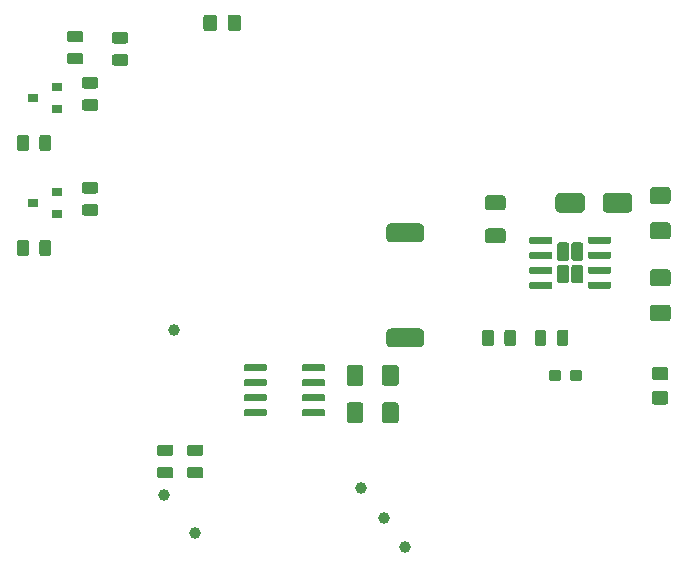
<source format=gtp>
G04 #@! TF.GenerationSoftware,KiCad,Pcbnew,(5.1.5)-3*
G04 #@! TF.CreationDate,2020-03-15T22:36:38-07:00*
G04 #@! TF.ProjectId,pihat,70696861-742e-46b6-9963-61645f706362,rev?*
G04 #@! TF.SameCoordinates,Original*
G04 #@! TF.FileFunction,Paste,Top*
G04 #@! TF.FilePolarity,Positive*
%FSLAX46Y46*%
G04 Gerber Fmt 4.6, Leading zero omitted, Abs format (unit mm)*
G04 Created by KiCad (PCBNEW (5.1.5)-3) date 2020-03-15 22:36:38*
%MOMM*%
%LPD*%
G04 APERTURE LIST*
%ADD10C,0.150000*%
%ADD11C,1.000000*%
%ADD12R,0.900000X0.800000*%
G04 APERTURE END LIST*
D10*
G36*
X241879207Y-127621926D02*
G01*
X241918036Y-127627686D01*
X241956114Y-127637224D01*
X241993073Y-127650448D01*
X242028559Y-127667231D01*
X242062228Y-127687412D01*
X242093757Y-127710796D01*
X242122843Y-127737157D01*
X242149204Y-127766243D01*
X242172588Y-127797772D01*
X242192769Y-127831441D01*
X242209552Y-127866927D01*
X242222776Y-127903886D01*
X242232314Y-127941964D01*
X242238074Y-127980793D01*
X242240000Y-128020000D01*
X242240000Y-128820000D01*
X242238074Y-128859207D01*
X242232314Y-128898036D01*
X242222776Y-128936114D01*
X242209552Y-128973073D01*
X242192769Y-129008559D01*
X242172588Y-129042228D01*
X242149204Y-129073757D01*
X242122843Y-129102843D01*
X242093757Y-129129204D01*
X242062228Y-129152588D01*
X242028559Y-129172769D01*
X241993073Y-129189552D01*
X241956114Y-129202776D01*
X241918036Y-129212314D01*
X241879207Y-129218074D01*
X241840000Y-129220000D01*
X239440000Y-129220000D01*
X239400793Y-129218074D01*
X239361964Y-129212314D01*
X239323886Y-129202776D01*
X239286927Y-129189552D01*
X239251441Y-129172769D01*
X239217772Y-129152588D01*
X239186243Y-129129204D01*
X239157157Y-129102843D01*
X239130796Y-129073757D01*
X239107412Y-129042228D01*
X239087231Y-129008559D01*
X239070448Y-128973073D01*
X239057224Y-128936114D01*
X239047686Y-128898036D01*
X239041926Y-128859207D01*
X239040000Y-128820000D01*
X239040000Y-128020000D01*
X239041926Y-127980793D01*
X239047686Y-127941964D01*
X239057224Y-127903886D01*
X239070448Y-127866927D01*
X239087231Y-127831441D01*
X239107412Y-127797772D01*
X239130796Y-127766243D01*
X239157157Y-127737157D01*
X239186243Y-127710796D01*
X239217772Y-127687412D01*
X239251441Y-127667231D01*
X239286927Y-127650448D01*
X239323886Y-127637224D01*
X239361964Y-127627686D01*
X239400793Y-127621926D01*
X239440000Y-127620000D01*
X241840000Y-127620000D01*
X241879207Y-127621926D01*
G37*
G36*
X241879207Y-118721926D02*
G01*
X241918036Y-118727686D01*
X241956114Y-118737224D01*
X241993073Y-118750448D01*
X242028559Y-118767231D01*
X242062228Y-118787412D01*
X242093757Y-118810796D01*
X242122843Y-118837157D01*
X242149204Y-118866243D01*
X242172588Y-118897772D01*
X242192769Y-118931441D01*
X242209552Y-118966927D01*
X242222776Y-119003886D01*
X242232314Y-119041964D01*
X242238074Y-119080793D01*
X242240000Y-119120000D01*
X242240000Y-119920000D01*
X242238074Y-119959207D01*
X242232314Y-119998036D01*
X242222776Y-120036114D01*
X242209552Y-120073073D01*
X242192769Y-120108559D01*
X242172588Y-120142228D01*
X242149204Y-120173757D01*
X242122843Y-120202843D01*
X242093757Y-120229204D01*
X242062228Y-120252588D01*
X242028559Y-120272769D01*
X241993073Y-120289552D01*
X241956114Y-120302776D01*
X241918036Y-120312314D01*
X241879207Y-120318074D01*
X241840000Y-120320000D01*
X239440000Y-120320000D01*
X239400793Y-120318074D01*
X239361964Y-120312314D01*
X239323886Y-120302776D01*
X239286927Y-120289552D01*
X239251441Y-120272769D01*
X239217772Y-120252588D01*
X239186243Y-120229204D01*
X239157157Y-120202843D01*
X239130796Y-120173757D01*
X239107412Y-120142228D01*
X239087231Y-120108559D01*
X239070448Y-120073073D01*
X239057224Y-120036114D01*
X239047686Y-119998036D01*
X239041926Y-119959207D01*
X239040000Y-119920000D01*
X239040000Y-119120000D01*
X239041926Y-119080793D01*
X239047686Y-119041964D01*
X239057224Y-119003886D01*
X239070448Y-118966927D01*
X239087231Y-118931441D01*
X239107412Y-118897772D01*
X239130796Y-118866243D01*
X239157157Y-118837157D01*
X239186243Y-118810796D01*
X239217772Y-118787412D01*
X239251441Y-118767231D01*
X239286927Y-118750448D01*
X239323886Y-118737224D01*
X239361964Y-118727686D01*
X239400793Y-118721926D01*
X239440000Y-118720000D01*
X241840000Y-118720000D01*
X241879207Y-118721926D01*
G37*
D11*
X240640000Y-146090000D03*
X222860000Y-144920000D03*
X220220000Y-141745000D03*
X238835000Y-143650000D03*
X236930000Y-141110000D03*
D10*
G36*
X239857004Y-130711204D02*
G01*
X239881273Y-130714804D01*
X239905071Y-130720765D01*
X239928171Y-130729030D01*
X239950349Y-130739520D01*
X239971393Y-130752133D01*
X239991098Y-130766747D01*
X240009277Y-130783223D01*
X240025753Y-130801402D01*
X240040367Y-130821107D01*
X240052980Y-130842151D01*
X240063470Y-130864329D01*
X240071735Y-130887429D01*
X240077696Y-130911227D01*
X240081296Y-130935496D01*
X240082500Y-130960000D01*
X240082500Y-132210000D01*
X240081296Y-132234504D01*
X240077696Y-132258773D01*
X240071735Y-132282571D01*
X240063470Y-132305671D01*
X240052980Y-132327849D01*
X240040367Y-132348893D01*
X240025753Y-132368598D01*
X240009277Y-132386777D01*
X239991098Y-132403253D01*
X239971393Y-132417867D01*
X239950349Y-132430480D01*
X239928171Y-132440970D01*
X239905071Y-132449235D01*
X239881273Y-132455196D01*
X239857004Y-132458796D01*
X239832500Y-132460000D01*
X238907500Y-132460000D01*
X238882996Y-132458796D01*
X238858727Y-132455196D01*
X238834929Y-132449235D01*
X238811829Y-132440970D01*
X238789651Y-132430480D01*
X238768607Y-132417867D01*
X238748902Y-132403253D01*
X238730723Y-132386777D01*
X238714247Y-132368598D01*
X238699633Y-132348893D01*
X238687020Y-132327849D01*
X238676530Y-132305671D01*
X238668265Y-132282571D01*
X238662304Y-132258773D01*
X238658704Y-132234504D01*
X238657500Y-132210000D01*
X238657500Y-130960000D01*
X238658704Y-130935496D01*
X238662304Y-130911227D01*
X238668265Y-130887429D01*
X238676530Y-130864329D01*
X238687020Y-130842151D01*
X238699633Y-130821107D01*
X238714247Y-130801402D01*
X238730723Y-130783223D01*
X238748902Y-130766747D01*
X238768607Y-130752133D01*
X238789651Y-130739520D01*
X238811829Y-130729030D01*
X238834929Y-130720765D01*
X238858727Y-130714804D01*
X238882996Y-130711204D01*
X238907500Y-130710000D01*
X239832500Y-130710000D01*
X239857004Y-130711204D01*
G37*
G36*
X236882004Y-130711204D02*
G01*
X236906273Y-130714804D01*
X236930071Y-130720765D01*
X236953171Y-130729030D01*
X236975349Y-130739520D01*
X236996393Y-130752133D01*
X237016098Y-130766747D01*
X237034277Y-130783223D01*
X237050753Y-130801402D01*
X237065367Y-130821107D01*
X237077980Y-130842151D01*
X237088470Y-130864329D01*
X237096735Y-130887429D01*
X237102696Y-130911227D01*
X237106296Y-130935496D01*
X237107500Y-130960000D01*
X237107500Y-132210000D01*
X237106296Y-132234504D01*
X237102696Y-132258773D01*
X237096735Y-132282571D01*
X237088470Y-132305671D01*
X237077980Y-132327849D01*
X237065367Y-132348893D01*
X237050753Y-132368598D01*
X237034277Y-132386777D01*
X237016098Y-132403253D01*
X236996393Y-132417867D01*
X236975349Y-132430480D01*
X236953171Y-132440970D01*
X236930071Y-132449235D01*
X236906273Y-132455196D01*
X236882004Y-132458796D01*
X236857500Y-132460000D01*
X235932500Y-132460000D01*
X235907996Y-132458796D01*
X235883727Y-132455196D01*
X235859929Y-132449235D01*
X235836829Y-132440970D01*
X235814651Y-132430480D01*
X235793607Y-132417867D01*
X235773902Y-132403253D01*
X235755723Y-132386777D01*
X235739247Y-132368598D01*
X235724633Y-132348893D01*
X235712020Y-132327849D01*
X235701530Y-132305671D01*
X235693265Y-132282571D01*
X235687304Y-132258773D01*
X235683704Y-132234504D01*
X235682500Y-132210000D01*
X235682500Y-130960000D01*
X235683704Y-130935496D01*
X235687304Y-130911227D01*
X235693265Y-130887429D01*
X235701530Y-130864329D01*
X235712020Y-130842151D01*
X235724633Y-130821107D01*
X235739247Y-130801402D01*
X235755723Y-130783223D01*
X235773902Y-130766747D01*
X235793607Y-130752133D01*
X235814651Y-130739520D01*
X235836829Y-130729030D01*
X235859929Y-130720765D01*
X235883727Y-130714804D01*
X235907996Y-130711204D01*
X235932500Y-130710000D01*
X236857500Y-130710000D01*
X236882004Y-130711204D01*
G37*
G36*
X257924703Y-119855722D02*
G01*
X257939264Y-119857882D01*
X257953543Y-119861459D01*
X257967403Y-119866418D01*
X257980710Y-119872712D01*
X257993336Y-119880280D01*
X258005159Y-119889048D01*
X258016066Y-119898934D01*
X258025952Y-119909841D01*
X258034720Y-119921664D01*
X258042288Y-119934290D01*
X258048582Y-119947597D01*
X258053541Y-119961457D01*
X258057118Y-119975736D01*
X258059278Y-119990297D01*
X258060000Y-120005000D01*
X258060000Y-120305000D01*
X258059278Y-120319703D01*
X258057118Y-120334264D01*
X258053541Y-120348543D01*
X258048582Y-120362403D01*
X258042288Y-120375710D01*
X258034720Y-120388336D01*
X258025952Y-120400159D01*
X258016066Y-120411066D01*
X258005159Y-120420952D01*
X257993336Y-120429720D01*
X257980710Y-120437288D01*
X257967403Y-120443582D01*
X257953543Y-120448541D01*
X257939264Y-120452118D01*
X257924703Y-120454278D01*
X257910000Y-120455000D01*
X256260000Y-120455000D01*
X256245297Y-120454278D01*
X256230736Y-120452118D01*
X256216457Y-120448541D01*
X256202597Y-120443582D01*
X256189290Y-120437288D01*
X256176664Y-120429720D01*
X256164841Y-120420952D01*
X256153934Y-120411066D01*
X256144048Y-120400159D01*
X256135280Y-120388336D01*
X256127712Y-120375710D01*
X256121418Y-120362403D01*
X256116459Y-120348543D01*
X256112882Y-120334264D01*
X256110722Y-120319703D01*
X256110000Y-120305000D01*
X256110000Y-120005000D01*
X256110722Y-119990297D01*
X256112882Y-119975736D01*
X256116459Y-119961457D01*
X256121418Y-119947597D01*
X256127712Y-119934290D01*
X256135280Y-119921664D01*
X256144048Y-119909841D01*
X256153934Y-119898934D01*
X256164841Y-119889048D01*
X256176664Y-119880280D01*
X256189290Y-119872712D01*
X256202597Y-119866418D01*
X256216457Y-119861459D01*
X256230736Y-119857882D01*
X256245297Y-119855722D01*
X256260000Y-119855000D01*
X257910000Y-119855000D01*
X257924703Y-119855722D01*
G37*
G36*
X257924703Y-121125722D02*
G01*
X257939264Y-121127882D01*
X257953543Y-121131459D01*
X257967403Y-121136418D01*
X257980710Y-121142712D01*
X257993336Y-121150280D01*
X258005159Y-121159048D01*
X258016066Y-121168934D01*
X258025952Y-121179841D01*
X258034720Y-121191664D01*
X258042288Y-121204290D01*
X258048582Y-121217597D01*
X258053541Y-121231457D01*
X258057118Y-121245736D01*
X258059278Y-121260297D01*
X258060000Y-121275000D01*
X258060000Y-121575000D01*
X258059278Y-121589703D01*
X258057118Y-121604264D01*
X258053541Y-121618543D01*
X258048582Y-121632403D01*
X258042288Y-121645710D01*
X258034720Y-121658336D01*
X258025952Y-121670159D01*
X258016066Y-121681066D01*
X258005159Y-121690952D01*
X257993336Y-121699720D01*
X257980710Y-121707288D01*
X257967403Y-121713582D01*
X257953543Y-121718541D01*
X257939264Y-121722118D01*
X257924703Y-121724278D01*
X257910000Y-121725000D01*
X256260000Y-121725000D01*
X256245297Y-121724278D01*
X256230736Y-121722118D01*
X256216457Y-121718541D01*
X256202597Y-121713582D01*
X256189290Y-121707288D01*
X256176664Y-121699720D01*
X256164841Y-121690952D01*
X256153934Y-121681066D01*
X256144048Y-121670159D01*
X256135280Y-121658336D01*
X256127712Y-121645710D01*
X256121418Y-121632403D01*
X256116459Y-121618543D01*
X256112882Y-121604264D01*
X256110722Y-121589703D01*
X256110000Y-121575000D01*
X256110000Y-121275000D01*
X256110722Y-121260297D01*
X256112882Y-121245736D01*
X256116459Y-121231457D01*
X256121418Y-121217597D01*
X256127712Y-121204290D01*
X256135280Y-121191664D01*
X256144048Y-121179841D01*
X256153934Y-121168934D01*
X256164841Y-121159048D01*
X256176664Y-121150280D01*
X256189290Y-121142712D01*
X256202597Y-121136418D01*
X256216457Y-121131459D01*
X256230736Y-121127882D01*
X256245297Y-121125722D01*
X256260000Y-121125000D01*
X257910000Y-121125000D01*
X257924703Y-121125722D01*
G37*
G36*
X257924703Y-122395722D02*
G01*
X257939264Y-122397882D01*
X257953543Y-122401459D01*
X257967403Y-122406418D01*
X257980710Y-122412712D01*
X257993336Y-122420280D01*
X258005159Y-122429048D01*
X258016066Y-122438934D01*
X258025952Y-122449841D01*
X258034720Y-122461664D01*
X258042288Y-122474290D01*
X258048582Y-122487597D01*
X258053541Y-122501457D01*
X258057118Y-122515736D01*
X258059278Y-122530297D01*
X258060000Y-122545000D01*
X258060000Y-122845000D01*
X258059278Y-122859703D01*
X258057118Y-122874264D01*
X258053541Y-122888543D01*
X258048582Y-122902403D01*
X258042288Y-122915710D01*
X258034720Y-122928336D01*
X258025952Y-122940159D01*
X258016066Y-122951066D01*
X258005159Y-122960952D01*
X257993336Y-122969720D01*
X257980710Y-122977288D01*
X257967403Y-122983582D01*
X257953543Y-122988541D01*
X257939264Y-122992118D01*
X257924703Y-122994278D01*
X257910000Y-122995000D01*
X256260000Y-122995000D01*
X256245297Y-122994278D01*
X256230736Y-122992118D01*
X256216457Y-122988541D01*
X256202597Y-122983582D01*
X256189290Y-122977288D01*
X256176664Y-122969720D01*
X256164841Y-122960952D01*
X256153934Y-122951066D01*
X256144048Y-122940159D01*
X256135280Y-122928336D01*
X256127712Y-122915710D01*
X256121418Y-122902403D01*
X256116459Y-122888543D01*
X256112882Y-122874264D01*
X256110722Y-122859703D01*
X256110000Y-122845000D01*
X256110000Y-122545000D01*
X256110722Y-122530297D01*
X256112882Y-122515736D01*
X256116459Y-122501457D01*
X256121418Y-122487597D01*
X256127712Y-122474290D01*
X256135280Y-122461664D01*
X256144048Y-122449841D01*
X256153934Y-122438934D01*
X256164841Y-122429048D01*
X256176664Y-122420280D01*
X256189290Y-122412712D01*
X256202597Y-122406418D01*
X256216457Y-122401459D01*
X256230736Y-122397882D01*
X256245297Y-122395722D01*
X256260000Y-122395000D01*
X257910000Y-122395000D01*
X257924703Y-122395722D01*
G37*
G36*
X257924703Y-123665722D02*
G01*
X257939264Y-123667882D01*
X257953543Y-123671459D01*
X257967403Y-123676418D01*
X257980710Y-123682712D01*
X257993336Y-123690280D01*
X258005159Y-123699048D01*
X258016066Y-123708934D01*
X258025952Y-123719841D01*
X258034720Y-123731664D01*
X258042288Y-123744290D01*
X258048582Y-123757597D01*
X258053541Y-123771457D01*
X258057118Y-123785736D01*
X258059278Y-123800297D01*
X258060000Y-123815000D01*
X258060000Y-124115000D01*
X258059278Y-124129703D01*
X258057118Y-124144264D01*
X258053541Y-124158543D01*
X258048582Y-124172403D01*
X258042288Y-124185710D01*
X258034720Y-124198336D01*
X258025952Y-124210159D01*
X258016066Y-124221066D01*
X258005159Y-124230952D01*
X257993336Y-124239720D01*
X257980710Y-124247288D01*
X257967403Y-124253582D01*
X257953543Y-124258541D01*
X257939264Y-124262118D01*
X257924703Y-124264278D01*
X257910000Y-124265000D01*
X256260000Y-124265000D01*
X256245297Y-124264278D01*
X256230736Y-124262118D01*
X256216457Y-124258541D01*
X256202597Y-124253582D01*
X256189290Y-124247288D01*
X256176664Y-124239720D01*
X256164841Y-124230952D01*
X256153934Y-124221066D01*
X256144048Y-124210159D01*
X256135280Y-124198336D01*
X256127712Y-124185710D01*
X256121418Y-124172403D01*
X256116459Y-124158543D01*
X256112882Y-124144264D01*
X256110722Y-124129703D01*
X256110000Y-124115000D01*
X256110000Y-123815000D01*
X256110722Y-123800297D01*
X256112882Y-123785736D01*
X256116459Y-123771457D01*
X256121418Y-123757597D01*
X256127712Y-123744290D01*
X256135280Y-123731664D01*
X256144048Y-123719841D01*
X256153934Y-123708934D01*
X256164841Y-123699048D01*
X256176664Y-123690280D01*
X256189290Y-123682712D01*
X256202597Y-123676418D01*
X256216457Y-123671459D01*
X256230736Y-123667882D01*
X256245297Y-123665722D01*
X256260000Y-123665000D01*
X257910000Y-123665000D01*
X257924703Y-123665722D01*
G37*
G36*
X252974703Y-123665722D02*
G01*
X252989264Y-123667882D01*
X253003543Y-123671459D01*
X253017403Y-123676418D01*
X253030710Y-123682712D01*
X253043336Y-123690280D01*
X253055159Y-123699048D01*
X253066066Y-123708934D01*
X253075952Y-123719841D01*
X253084720Y-123731664D01*
X253092288Y-123744290D01*
X253098582Y-123757597D01*
X253103541Y-123771457D01*
X253107118Y-123785736D01*
X253109278Y-123800297D01*
X253110000Y-123815000D01*
X253110000Y-124115000D01*
X253109278Y-124129703D01*
X253107118Y-124144264D01*
X253103541Y-124158543D01*
X253098582Y-124172403D01*
X253092288Y-124185710D01*
X253084720Y-124198336D01*
X253075952Y-124210159D01*
X253066066Y-124221066D01*
X253055159Y-124230952D01*
X253043336Y-124239720D01*
X253030710Y-124247288D01*
X253017403Y-124253582D01*
X253003543Y-124258541D01*
X252989264Y-124262118D01*
X252974703Y-124264278D01*
X252960000Y-124265000D01*
X251310000Y-124265000D01*
X251295297Y-124264278D01*
X251280736Y-124262118D01*
X251266457Y-124258541D01*
X251252597Y-124253582D01*
X251239290Y-124247288D01*
X251226664Y-124239720D01*
X251214841Y-124230952D01*
X251203934Y-124221066D01*
X251194048Y-124210159D01*
X251185280Y-124198336D01*
X251177712Y-124185710D01*
X251171418Y-124172403D01*
X251166459Y-124158543D01*
X251162882Y-124144264D01*
X251160722Y-124129703D01*
X251160000Y-124115000D01*
X251160000Y-123815000D01*
X251160722Y-123800297D01*
X251162882Y-123785736D01*
X251166459Y-123771457D01*
X251171418Y-123757597D01*
X251177712Y-123744290D01*
X251185280Y-123731664D01*
X251194048Y-123719841D01*
X251203934Y-123708934D01*
X251214841Y-123699048D01*
X251226664Y-123690280D01*
X251239290Y-123682712D01*
X251252597Y-123676418D01*
X251266457Y-123671459D01*
X251280736Y-123667882D01*
X251295297Y-123665722D01*
X251310000Y-123665000D01*
X252960000Y-123665000D01*
X252974703Y-123665722D01*
G37*
G36*
X252974703Y-122395722D02*
G01*
X252989264Y-122397882D01*
X253003543Y-122401459D01*
X253017403Y-122406418D01*
X253030710Y-122412712D01*
X253043336Y-122420280D01*
X253055159Y-122429048D01*
X253066066Y-122438934D01*
X253075952Y-122449841D01*
X253084720Y-122461664D01*
X253092288Y-122474290D01*
X253098582Y-122487597D01*
X253103541Y-122501457D01*
X253107118Y-122515736D01*
X253109278Y-122530297D01*
X253110000Y-122545000D01*
X253110000Y-122845000D01*
X253109278Y-122859703D01*
X253107118Y-122874264D01*
X253103541Y-122888543D01*
X253098582Y-122902403D01*
X253092288Y-122915710D01*
X253084720Y-122928336D01*
X253075952Y-122940159D01*
X253066066Y-122951066D01*
X253055159Y-122960952D01*
X253043336Y-122969720D01*
X253030710Y-122977288D01*
X253017403Y-122983582D01*
X253003543Y-122988541D01*
X252989264Y-122992118D01*
X252974703Y-122994278D01*
X252960000Y-122995000D01*
X251310000Y-122995000D01*
X251295297Y-122994278D01*
X251280736Y-122992118D01*
X251266457Y-122988541D01*
X251252597Y-122983582D01*
X251239290Y-122977288D01*
X251226664Y-122969720D01*
X251214841Y-122960952D01*
X251203934Y-122951066D01*
X251194048Y-122940159D01*
X251185280Y-122928336D01*
X251177712Y-122915710D01*
X251171418Y-122902403D01*
X251166459Y-122888543D01*
X251162882Y-122874264D01*
X251160722Y-122859703D01*
X251160000Y-122845000D01*
X251160000Y-122545000D01*
X251160722Y-122530297D01*
X251162882Y-122515736D01*
X251166459Y-122501457D01*
X251171418Y-122487597D01*
X251177712Y-122474290D01*
X251185280Y-122461664D01*
X251194048Y-122449841D01*
X251203934Y-122438934D01*
X251214841Y-122429048D01*
X251226664Y-122420280D01*
X251239290Y-122412712D01*
X251252597Y-122406418D01*
X251266457Y-122401459D01*
X251280736Y-122397882D01*
X251295297Y-122395722D01*
X251310000Y-122395000D01*
X252960000Y-122395000D01*
X252974703Y-122395722D01*
G37*
G36*
X252974703Y-121125722D02*
G01*
X252989264Y-121127882D01*
X253003543Y-121131459D01*
X253017403Y-121136418D01*
X253030710Y-121142712D01*
X253043336Y-121150280D01*
X253055159Y-121159048D01*
X253066066Y-121168934D01*
X253075952Y-121179841D01*
X253084720Y-121191664D01*
X253092288Y-121204290D01*
X253098582Y-121217597D01*
X253103541Y-121231457D01*
X253107118Y-121245736D01*
X253109278Y-121260297D01*
X253110000Y-121275000D01*
X253110000Y-121575000D01*
X253109278Y-121589703D01*
X253107118Y-121604264D01*
X253103541Y-121618543D01*
X253098582Y-121632403D01*
X253092288Y-121645710D01*
X253084720Y-121658336D01*
X253075952Y-121670159D01*
X253066066Y-121681066D01*
X253055159Y-121690952D01*
X253043336Y-121699720D01*
X253030710Y-121707288D01*
X253017403Y-121713582D01*
X253003543Y-121718541D01*
X252989264Y-121722118D01*
X252974703Y-121724278D01*
X252960000Y-121725000D01*
X251310000Y-121725000D01*
X251295297Y-121724278D01*
X251280736Y-121722118D01*
X251266457Y-121718541D01*
X251252597Y-121713582D01*
X251239290Y-121707288D01*
X251226664Y-121699720D01*
X251214841Y-121690952D01*
X251203934Y-121681066D01*
X251194048Y-121670159D01*
X251185280Y-121658336D01*
X251177712Y-121645710D01*
X251171418Y-121632403D01*
X251166459Y-121618543D01*
X251162882Y-121604264D01*
X251160722Y-121589703D01*
X251160000Y-121575000D01*
X251160000Y-121275000D01*
X251160722Y-121260297D01*
X251162882Y-121245736D01*
X251166459Y-121231457D01*
X251171418Y-121217597D01*
X251177712Y-121204290D01*
X251185280Y-121191664D01*
X251194048Y-121179841D01*
X251203934Y-121168934D01*
X251214841Y-121159048D01*
X251226664Y-121150280D01*
X251239290Y-121142712D01*
X251252597Y-121136418D01*
X251266457Y-121131459D01*
X251280736Y-121127882D01*
X251295297Y-121125722D01*
X251310000Y-121125000D01*
X252960000Y-121125000D01*
X252974703Y-121125722D01*
G37*
G36*
X252974703Y-119855722D02*
G01*
X252989264Y-119857882D01*
X253003543Y-119861459D01*
X253017403Y-119866418D01*
X253030710Y-119872712D01*
X253043336Y-119880280D01*
X253055159Y-119889048D01*
X253066066Y-119898934D01*
X253075952Y-119909841D01*
X253084720Y-119921664D01*
X253092288Y-119934290D01*
X253098582Y-119947597D01*
X253103541Y-119961457D01*
X253107118Y-119975736D01*
X253109278Y-119990297D01*
X253110000Y-120005000D01*
X253110000Y-120305000D01*
X253109278Y-120319703D01*
X253107118Y-120334264D01*
X253103541Y-120348543D01*
X253098582Y-120362403D01*
X253092288Y-120375710D01*
X253084720Y-120388336D01*
X253075952Y-120400159D01*
X253066066Y-120411066D01*
X253055159Y-120420952D01*
X253043336Y-120429720D01*
X253030710Y-120437288D01*
X253017403Y-120443582D01*
X253003543Y-120448541D01*
X252989264Y-120452118D01*
X252974703Y-120454278D01*
X252960000Y-120455000D01*
X251310000Y-120455000D01*
X251295297Y-120454278D01*
X251280736Y-120452118D01*
X251266457Y-120448541D01*
X251252597Y-120443582D01*
X251239290Y-120437288D01*
X251226664Y-120429720D01*
X251214841Y-120420952D01*
X251203934Y-120411066D01*
X251194048Y-120400159D01*
X251185280Y-120388336D01*
X251177712Y-120375710D01*
X251171418Y-120362403D01*
X251166459Y-120348543D01*
X251162882Y-120334264D01*
X251160722Y-120319703D01*
X251160000Y-120305000D01*
X251160000Y-120005000D01*
X251160722Y-119990297D01*
X251162882Y-119975736D01*
X251166459Y-119961457D01*
X251171418Y-119947597D01*
X251177712Y-119934290D01*
X251185280Y-119921664D01*
X251194048Y-119909841D01*
X251203934Y-119898934D01*
X251214841Y-119889048D01*
X251226664Y-119880280D01*
X251239290Y-119872712D01*
X251252597Y-119866418D01*
X251266457Y-119861459D01*
X251280736Y-119857882D01*
X251295297Y-119855722D01*
X251310000Y-119855000D01*
X252960000Y-119855000D01*
X252974703Y-119855722D01*
G37*
G36*
X255489504Y-122216204D02*
G01*
X255513773Y-122219804D01*
X255537571Y-122225765D01*
X255560671Y-122234030D01*
X255582849Y-122244520D01*
X255603893Y-122257133D01*
X255623598Y-122271747D01*
X255641777Y-122288223D01*
X255658253Y-122306402D01*
X255672867Y-122326107D01*
X255685480Y-122347151D01*
X255695970Y-122369329D01*
X255704235Y-122392429D01*
X255710196Y-122416227D01*
X255713796Y-122440496D01*
X255715000Y-122465000D01*
X255715000Y-123555000D01*
X255713796Y-123579504D01*
X255710196Y-123603773D01*
X255704235Y-123627571D01*
X255695970Y-123650671D01*
X255685480Y-123672849D01*
X255672867Y-123693893D01*
X255658253Y-123713598D01*
X255641777Y-123731777D01*
X255623598Y-123748253D01*
X255603893Y-123762867D01*
X255582849Y-123775480D01*
X255560671Y-123785970D01*
X255537571Y-123794235D01*
X255513773Y-123800196D01*
X255489504Y-123803796D01*
X255465000Y-123805000D01*
X254955000Y-123805000D01*
X254930496Y-123803796D01*
X254906227Y-123800196D01*
X254882429Y-123794235D01*
X254859329Y-123785970D01*
X254837151Y-123775480D01*
X254816107Y-123762867D01*
X254796402Y-123748253D01*
X254778223Y-123731777D01*
X254761747Y-123713598D01*
X254747133Y-123693893D01*
X254734520Y-123672849D01*
X254724030Y-123650671D01*
X254715765Y-123627571D01*
X254709804Y-123603773D01*
X254706204Y-123579504D01*
X254705000Y-123555000D01*
X254705000Y-122465000D01*
X254706204Y-122440496D01*
X254709804Y-122416227D01*
X254715765Y-122392429D01*
X254724030Y-122369329D01*
X254734520Y-122347151D01*
X254747133Y-122326107D01*
X254761747Y-122306402D01*
X254778223Y-122288223D01*
X254796402Y-122271747D01*
X254816107Y-122257133D01*
X254837151Y-122244520D01*
X254859329Y-122234030D01*
X254882429Y-122225765D01*
X254906227Y-122219804D01*
X254930496Y-122216204D01*
X254955000Y-122215000D01*
X255465000Y-122215000D01*
X255489504Y-122216204D01*
G37*
G36*
X255489504Y-120316204D02*
G01*
X255513773Y-120319804D01*
X255537571Y-120325765D01*
X255560671Y-120334030D01*
X255582849Y-120344520D01*
X255603893Y-120357133D01*
X255623598Y-120371747D01*
X255641777Y-120388223D01*
X255658253Y-120406402D01*
X255672867Y-120426107D01*
X255685480Y-120447151D01*
X255695970Y-120469329D01*
X255704235Y-120492429D01*
X255710196Y-120516227D01*
X255713796Y-120540496D01*
X255715000Y-120565000D01*
X255715000Y-121655000D01*
X255713796Y-121679504D01*
X255710196Y-121703773D01*
X255704235Y-121727571D01*
X255695970Y-121750671D01*
X255685480Y-121772849D01*
X255672867Y-121793893D01*
X255658253Y-121813598D01*
X255641777Y-121831777D01*
X255623598Y-121848253D01*
X255603893Y-121862867D01*
X255582849Y-121875480D01*
X255560671Y-121885970D01*
X255537571Y-121894235D01*
X255513773Y-121900196D01*
X255489504Y-121903796D01*
X255465000Y-121905000D01*
X254955000Y-121905000D01*
X254930496Y-121903796D01*
X254906227Y-121900196D01*
X254882429Y-121894235D01*
X254859329Y-121885970D01*
X254837151Y-121875480D01*
X254816107Y-121862867D01*
X254796402Y-121848253D01*
X254778223Y-121831777D01*
X254761747Y-121813598D01*
X254747133Y-121793893D01*
X254734520Y-121772849D01*
X254724030Y-121750671D01*
X254715765Y-121727571D01*
X254709804Y-121703773D01*
X254706204Y-121679504D01*
X254705000Y-121655000D01*
X254705000Y-120565000D01*
X254706204Y-120540496D01*
X254709804Y-120516227D01*
X254715765Y-120492429D01*
X254724030Y-120469329D01*
X254734520Y-120447151D01*
X254747133Y-120426107D01*
X254761747Y-120406402D01*
X254778223Y-120388223D01*
X254796402Y-120371747D01*
X254816107Y-120357133D01*
X254837151Y-120344520D01*
X254859329Y-120334030D01*
X254882429Y-120325765D01*
X254906227Y-120319804D01*
X254930496Y-120316204D01*
X254955000Y-120315000D01*
X255465000Y-120315000D01*
X255489504Y-120316204D01*
G37*
G36*
X254289504Y-122216204D02*
G01*
X254313773Y-122219804D01*
X254337571Y-122225765D01*
X254360671Y-122234030D01*
X254382849Y-122244520D01*
X254403893Y-122257133D01*
X254423598Y-122271747D01*
X254441777Y-122288223D01*
X254458253Y-122306402D01*
X254472867Y-122326107D01*
X254485480Y-122347151D01*
X254495970Y-122369329D01*
X254504235Y-122392429D01*
X254510196Y-122416227D01*
X254513796Y-122440496D01*
X254515000Y-122465000D01*
X254515000Y-123555000D01*
X254513796Y-123579504D01*
X254510196Y-123603773D01*
X254504235Y-123627571D01*
X254495970Y-123650671D01*
X254485480Y-123672849D01*
X254472867Y-123693893D01*
X254458253Y-123713598D01*
X254441777Y-123731777D01*
X254423598Y-123748253D01*
X254403893Y-123762867D01*
X254382849Y-123775480D01*
X254360671Y-123785970D01*
X254337571Y-123794235D01*
X254313773Y-123800196D01*
X254289504Y-123803796D01*
X254265000Y-123805000D01*
X253755000Y-123805000D01*
X253730496Y-123803796D01*
X253706227Y-123800196D01*
X253682429Y-123794235D01*
X253659329Y-123785970D01*
X253637151Y-123775480D01*
X253616107Y-123762867D01*
X253596402Y-123748253D01*
X253578223Y-123731777D01*
X253561747Y-123713598D01*
X253547133Y-123693893D01*
X253534520Y-123672849D01*
X253524030Y-123650671D01*
X253515765Y-123627571D01*
X253509804Y-123603773D01*
X253506204Y-123579504D01*
X253505000Y-123555000D01*
X253505000Y-122465000D01*
X253506204Y-122440496D01*
X253509804Y-122416227D01*
X253515765Y-122392429D01*
X253524030Y-122369329D01*
X253534520Y-122347151D01*
X253547133Y-122326107D01*
X253561747Y-122306402D01*
X253578223Y-122288223D01*
X253596402Y-122271747D01*
X253616107Y-122257133D01*
X253637151Y-122244520D01*
X253659329Y-122234030D01*
X253682429Y-122225765D01*
X253706227Y-122219804D01*
X253730496Y-122216204D01*
X253755000Y-122215000D01*
X254265000Y-122215000D01*
X254289504Y-122216204D01*
G37*
G36*
X254289504Y-120316204D02*
G01*
X254313773Y-120319804D01*
X254337571Y-120325765D01*
X254360671Y-120334030D01*
X254382849Y-120344520D01*
X254403893Y-120357133D01*
X254423598Y-120371747D01*
X254441777Y-120388223D01*
X254458253Y-120406402D01*
X254472867Y-120426107D01*
X254485480Y-120447151D01*
X254495970Y-120469329D01*
X254504235Y-120492429D01*
X254510196Y-120516227D01*
X254513796Y-120540496D01*
X254515000Y-120565000D01*
X254515000Y-121655000D01*
X254513796Y-121679504D01*
X254510196Y-121703773D01*
X254504235Y-121727571D01*
X254495970Y-121750671D01*
X254485480Y-121772849D01*
X254472867Y-121793893D01*
X254458253Y-121813598D01*
X254441777Y-121831777D01*
X254423598Y-121848253D01*
X254403893Y-121862867D01*
X254382849Y-121875480D01*
X254360671Y-121885970D01*
X254337571Y-121894235D01*
X254313773Y-121900196D01*
X254289504Y-121903796D01*
X254265000Y-121905000D01*
X253755000Y-121905000D01*
X253730496Y-121903796D01*
X253706227Y-121900196D01*
X253682429Y-121894235D01*
X253659329Y-121885970D01*
X253637151Y-121875480D01*
X253616107Y-121862867D01*
X253596402Y-121848253D01*
X253578223Y-121831777D01*
X253561747Y-121813598D01*
X253547133Y-121793893D01*
X253534520Y-121772849D01*
X253524030Y-121750671D01*
X253515765Y-121727571D01*
X253509804Y-121703773D01*
X253506204Y-121679504D01*
X253505000Y-121655000D01*
X253505000Y-120565000D01*
X253506204Y-120540496D01*
X253509804Y-120516227D01*
X253515765Y-120492429D01*
X253524030Y-120469329D01*
X253534520Y-120447151D01*
X253547133Y-120426107D01*
X253561747Y-120406402D01*
X253578223Y-120388223D01*
X253596402Y-120371747D01*
X253616107Y-120357133D01*
X253637151Y-120344520D01*
X253659329Y-120334030D01*
X253682429Y-120325765D01*
X253706227Y-120319804D01*
X253730496Y-120316204D01*
X253755000Y-120315000D01*
X254265000Y-120315000D01*
X254289504Y-120316204D01*
G37*
G36*
X220800142Y-139323674D02*
G01*
X220823803Y-139327184D01*
X220847007Y-139332996D01*
X220869529Y-139341054D01*
X220891153Y-139351282D01*
X220911670Y-139363579D01*
X220930883Y-139377829D01*
X220948607Y-139393893D01*
X220964671Y-139411617D01*
X220978921Y-139430830D01*
X220991218Y-139451347D01*
X221001446Y-139472971D01*
X221009504Y-139495493D01*
X221015316Y-139518697D01*
X221018826Y-139542358D01*
X221020000Y-139566250D01*
X221020000Y-140053750D01*
X221018826Y-140077642D01*
X221015316Y-140101303D01*
X221009504Y-140124507D01*
X221001446Y-140147029D01*
X220991218Y-140168653D01*
X220978921Y-140189170D01*
X220964671Y-140208383D01*
X220948607Y-140226107D01*
X220930883Y-140242171D01*
X220911670Y-140256421D01*
X220891153Y-140268718D01*
X220869529Y-140278946D01*
X220847007Y-140287004D01*
X220823803Y-140292816D01*
X220800142Y-140296326D01*
X220776250Y-140297500D01*
X219863750Y-140297500D01*
X219839858Y-140296326D01*
X219816197Y-140292816D01*
X219792993Y-140287004D01*
X219770471Y-140278946D01*
X219748847Y-140268718D01*
X219728330Y-140256421D01*
X219709117Y-140242171D01*
X219691393Y-140226107D01*
X219675329Y-140208383D01*
X219661079Y-140189170D01*
X219648782Y-140168653D01*
X219638554Y-140147029D01*
X219630496Y-140124507D01*
X219624684Y-140101303D01*
X219621174Y-140077642D01*
X219620000Y-140053750D01*
X219620000Y-139566250D01*
X219621174Y-139542358D01*
X219624684Y-139518697D01*
X219630496Y-139495493D01*
X219638554Y-139472971D01*
X219648782Y-139451347D01*
X219661079Y-139430830D01*
X219675329Y-139411617D01*
X219691393Y-139393893D01*
X219709117Y-139377829D01*
X219728330Y-139363579D01*
X219748847Y-139351282D01*
X219770471Y-139341054D01*
X219792993Y-139332996D01*
X219816197Y-139327184D01*
X219839858Y-139323674D01*
X219863750Y-139322500D01*
X220776250Y-139322500D01*
X220800142Y-139323674D01*
G37*
G36*
X220800142Y-137448674D02*
G01*
X220823803Y-137452184D01*
X220847007Y-137457996D01*
X220869529Y-137466054D01*
X220891153Y-137476282D01*
X220911670Y-137488579D01*
X220930883Y-137502829D01*
X220948607Y-137518893D01*
X220964671Y-137536617D01*
X220978921Y-137555830D01*
X220991218Y-137576347D01*
X221001446Y-137597971D01*
X221009504Y-137620493D01*
X221015316Y-137643697D01*
X221018826Y-137667358D01*
X221020000Y-137691250D01*
X221020000Y-138178750D01*
X221018826Y-138202642D01*
X221015316Y-138226303D01*
X221009504Y-138249507D01*
X221001446Y-138272029D01*
X220991218Y-138293653D01*
X220978921Y-138314170D01*
X220964671Y-138333383D01*
X220948607Y-138351107D01*
X220930883Y-138367171D01*
X220911670Y-138381421D01*
X220891153Y-138393718D01*
X220869529Y-138403946D01*
X220847007Y-138412004D01*
X220823803Y-138417816D01*
X220800142Y-138421326D01*
X220776250Y-138422500D01*
X219863750Y-138422500D01*
X219839858Y-138421326D01*
X219816197Y-138417816D01*
X219792993Y-138412004D01*
X219770471Y-138403946D01*
X219748847Y-138393718D01*
X219728330Y-138381421D01*
X219709117Y-138367171D01*
X219691393Y-138351107D01*
X219675329Y-138333383D01*
X219661079Y-138314170D01*
X219648782Y-138293653D01*
X219638554Y-138272029D01*
X219630496Y-138249507D01*
X219624684Y-138226303D01*
X219621174Y-138202642D01*
X219620000Y-138178750D01*
X219620000Y-137691250D01*
X219621174Y-137667358D01*
X219624684Y-137643697D01*
X219630496Y-137620493D01*
X219638554Y-137597971D01*
X219648782Y-137576347D01*
X219661079Y-137555830D01*
X219675329Y-137536617D01*
X219691393Y-137518893D01*
X219709117Y-137502829D01*
X219728330Y-137488579D01*
X219748847Y-137476282D01*
X219770471Y-137466054D01*
X219792993Y-137457996D01*
X219816197Y-137452184D01*
X219839858Y-137448674D01*
X219863750Y-137447500D01*
X220776250Y-137447500D01*
X220800142Y-137448674D01*
G37*
G36*
X254242642Y-127711174D02*
G01*
X254266303Y-127714684D01*
X254289507Y-127720496D01*
X254312029Y-127728554D01*
X254333653Y-127738782D01*
X254354170Y-127751079D01*
X254373383Y-127765329D01*
X254391107Y-127781393D01*
X254407171Y-127799117D01*
X254421421Y-127818330D01*
X254433718Y-127838847D01*
X254443946Y-127860471D01*
X254452004Y-127882993D01*
X254457816Y-127906197D01*
X254461326Y-127929858D01*
X254462500Y-127953750D01*
X254462500Y-128866250D01*
X254461326Y-128890142D01*
X254457816Y-128913803D01*
X254452004Y-128937007D01*
X254443946Y-128959529D01*
X254433718Y-128981153D01*
X254421421Y-129001670D01*
X254407171Y-129020883D01*
X254391107Y-129038607D01*
X254373383Y-129054671D01*
X254354170Y-129068921D01*
X254333653Y-129081218D01*
X254312029Y-129091446D01*
X254289507Y-129099504D01*
X254266303Y-129105316D01*
X254242642Y-129108826D01*
X254218750Y-129110000D01*
X253731250Y-129110000D01*
X253707358Y-129108826D01*
X253683697Y-129105316D01*
X253660493Y-129099504D01*
X253637971Y-129091446D01*
X253616347Y-129081218D01*
X253595830Y-129068921D01*
X253576617Y-129054671D01*
X253558893Y-129038607D01*
X253542829Y-129020883D01*
X253528579Y-129001670D01*
X253516282Y-128981153D01*
X253506054Y-128959529D01*
X253497996Y-128937007D01*
X253492184Y-128913803D01*
X253488674Y-128890142D01*
X253487500Y-128866250D01*
X253487500Y-127953750D01*
X253488674Y-127929858D01*
X253492184Y-127906197D01*
X253497996Y-127882993D01*
X253506054Y-127860471D01*
X253516282Y-127838847D01*
X253528579Y-127818330D01*
X253542829Y-127799117D01*
X253558893Y-127781393D01*
X253576617Y-127765329D01*
X253595830Y-127751079D01*
X253616347Y-127738782D01*
X253637971Y-127728554D01*
X253660493Y-127720496D01*
X253683697Y-127714684D01*
X253707358Y-127711174D01*
X253731250Y-127710000D01*
X254218750Y-127710000D01*
X254242642Y-127711174D01*
G37*
G36*
X252367642Y-127711174D02*
G01*
X252391303Y-127714684D01*
X252414507Y-127720496D01*
X252437029Y-127728554D01*
X252458653Y-127738782D01*
X252479170Y-127751079D01*
X252498383Y-127765329D01*
X252516107Y-127781393D01*
X252532171Y-127799117D01*
X252546421Y-127818330D01*
X252558718Y-127838847D01*
X252568946Y-127860471D01*
X252577004Y-127882993D01*
X252582816Y-127906197D01*
X252586326Y-127929858D01*
X252587500Y-127953750D01*
X252587500Y-128866250D01*
X252586326Y-128890142D01*
X252582816Y-128913803D01*
X252577004Y-128937007D01*
X252568946Y-128959529D01*
X252558718Y-128981153D01*
X252546421Y-129001670D01*
X252532171Y-129020883D01*
X252516107Y-129038607D01*
X252498383Y-129054671D01*
X252479170Y-129068921D01*
X252458653Y-129081218D01*
X252437029Y-129091446D01*
X252414507Y-129099504D01*
X252391303Y-129105316D01*
X252367642Y-129108826D01*
X252343750Y-129110000D01*
X251856250Y-129110000D01*
X251832358Y-129108826D01*
X251808697Y-129105316D01*
X251785493Y-129099504D01*
X251762971Y-129091446D01*
X251741347Y-129081218D01*
X251720830Y-129068921D01*
X251701617Y-129054671D01*
X251683893Y-129038607D01*
X251667829Y-129020883D01*
X251653579Y-129001670D01*
X251641282Y-128981153D01*
X251631054Y-128959529D01*
X251622996Y-128937007D01*
X251617184Y-128913803D01*
X251613674Y-128890142D01*
X251612500Y-128866250D01*
X251612500Y-127953750D01*
X251613674Y-127929858D01*
X251617184Y-127906197D01*
X251622996Y-127882993D01*
X251631054Y-127860471D01*
X251641282Y-127838847D01*
X251653579Y-127818330D01*
X251667829Y-127799117D01*
X251683893Y-127781393D01*
X251701617Y-127765329D01*
X251720830Y-127751079D01*
X251741347Y-127738782D01*
X251762971Y-127728554D01*
X251785493Y-127720496D01*
X251808697Y-127714684D01*
X251832358Y-127711174D01*
X251856250Y-127710000D01*
X252343750Y-127710000D01*
X252367642Y-127711174D01*
G37*
G36*
X249797642Y-127711174D02*
G01*
X249821303Y-127714684D01*
X249844507Y-127720496D01*
X249867029Y-127728554D01*
X249888653Y-127738782D01*
X249909170Y-127751079D01*
X249928383Y-127765329D01*
X249946107Y-127781393D01*
X249962171Y-127799117D01*
X249976421Y-127818330D01*
X249988718Y-127838847D01*
X249998946Y-127860471D01*
X250007004Y-127882993D01*
X250012816Y-127906197D01*
X250016326Y-127929858D01*
X250017500Y-127953750D01*
X250017500Y-128866250D01*
X250016326Y-128890142D01*
X250012816Y-128913803D01*
X250007004Y-128937007D01*
X249998946Y-128959529D01*
X249988718Y-128981153D01*
X249976421Y-129001670D01*
X249962171Y-129020883D01*
X249946107Y-129038607D01*
X249928383Y-129054671D01*
X249909170Y-129068921D01*
X249888653Y-129081218D01*
X249867029Y-129091446D01*
X249844507Y-129099504D01*
X249821303Y-129105316D01*
X249797642Y-129108826D01*
X249773750Y-129110000D01*
X249286250Y-129110000D01*
X249262358Y-129108826D01*
X249238697Y-129105316D01*
X249215493Y-129099504D01*
X249192971Y-129091446D01*
X249171347Y-129081218D01*
X249150830Y-129068921D01*
X249131617Y-129054671D01*
X249113893Y-129038607D01*
X249097829Y-129020883D01*
X249083579Y-129001670D01*
X249071282Y-128981153D01*
X249061054Y-128959529D01*
X249052996Y-128937007D01*
X249047184Y-128913803D01*
X249043674Y-128890142D01*
X249042500Y-128866250D01*
X249042500Y-127953750D01*
X249043674Y-127929858D01*
X249047184Y-127906197D01*
X249052996Y-127882993D01*
X249061054Y-127860471D01*
X249071282Y-127838847D01*
X249083579Y-127818330D01*
X249097829Y-127799117D01*
X249113893Y-127781393D01*
X249131617Y-127765329D01*
X249150830Y-127751079D01*
X249171347Y-127738782D01*
X249192971Y-127728554D01*
X249215493Y-127720496D01*
X249238697Y-127714684D01*
X249262358Y-127711174D01*
X249286250Y-127710000D01*
X249773750Y-127710000D01*
X249797642Y-127711174D01*
G37*
G36*
X247922642Y-127711174D02*
G01*
X247946303Y-127714684D01*
X247969507Y-127720496D01*
X247992029Y-127728554D01*
X248013653Y-127738782D01*
X248034170Y-127751079D01*
X248053383Y-127765329D01*
X248071107Y-127781393D01*
X248087171Y-127799117D01*
X248101421Y-127818330D01*
X248113718Y-127838847D01*
X248123946Y-127860471D01*
X248132004Y-127882993D01*
X248137816Y-127906197D01*
X248141326Y-127929858D01*
X248142500Y-127953750D01*
X248142500Y-128866250D01*
X248141326Y-128890142D01*
X248137816Y-128913803D01*
X248132004Y-128937007D01*
X248123946Y-128959529D01*
X248113718Y-128981153D01*
X248101421Y-129001670D01*
X248087171Y-129020883D01*
X248071107Y-129038607D01*
X248053383Y-129054671D01*
X248034170Y-129068921D01*
X248013653Y-129081218D01*
X247992029Y-129091446D01*
X247969507Y-129099504D01*
X247946303Y-129105316D01*
X247922642Y-129108826D01*
X247898750Y-129110000D01*
X247411250Y-129110000D01*
X247387358Y-129108826D01*
X247363697Y-129105316D01*
X247340493Y-129099504D01*
X247317971Y-129091446D01*
X247296347Y-129081218D01*
X247275830Y-129068921D01*
X247256617Y-129054671D01*
X247238893Y-129038607D01*
X247222829Y-129020883D01*
X247208579Y-129001670D01*
X247196282Y-128981153D01*
X247186054Y-128959529D01*
X247177996Y-128937007D01*
X247172184Y-128913803D01*
X247168674Y-128890142D01*
X247167500Y-128866250D01*
X247167500Y-127953750D01*
X247168674Y-127929858D01*
X247172184Y-127906197D01*
X247177996Y-127882993D01*
X247186054Y-127860471D01*
X247196282Y-127838847D01*
X247208579Y-127818330D01*
X247222829Y-127799117D01*
X247238893Y-127781393D01*
X247256617Y-127765329D01*
X247275830Y-127751079D01*
X247296347Y-127738782D01*
X247317971Y-127728554D01*
X247340493Y-127720496D01*
X247363697Y-127714684D01*
X247387358Y-127711174D01*
X247411250Y-127710000D01*
X247898750Y-127710000D01*
X247922642Y-127711174D01*
G37*
G36*
X216990142Y-102523674D02*
G01*
X217013803Y-102527184D01*
X217037007Y-102532996D01*
X217059529Y-102541054D01*
X217081153Y-102551282D01*
X217101670Y-102563579D01*
X217120883Y-102577829D01*
X217138607Y-102593893D01*
X217154671Y-102611617D01*
X217168921Y-102630830D01*
X217181218Y-102651347D01*
X217191446Y-102672971D01*
X217199504Y-102695493D01*
X217205316Y-102718697D01*
X217208826Y-102742358D01*
X217210000Y-102766250D01*
X217210000Y-103253750D01*
X217208826Y-103277642D01*
X217205316Y-103301303D01*
X217199504Y-103324507D01*
X217191446Y-103347029D01*
X217181218Y-103368653D01*
X217168921Y-103389170D01*
X217154671Y-103408383D01*
X217138607Y-103426107D01*
X217120883Y-103442171D01*
X217101670Y-103456421D01*
X217081153Y-103468718D01*
X217059529Y-103478946D01*
X217037007Y-103487004D01*
X217013803Y-103492816D01*
X216990142Y-103496326D01*
X216966250Y-103497500D01*
X216053750Y-103497500D01*
X216029858Y-103496326D01*
X216006197Y-103492816D01*
X215982993Y-103487004D01*
X215960471Y-103478946D01*
X215938847Y-103468718D01*
X215918330Y-103456421D01*
X215899117Y-103442171D01*
X215881393Y-103426107D01*
X215865329Y-103408383D01*
X215851079Y-103389170D01*
X215838782Y-103368653D01*
X215828554Y-103347029D01*
X215820496Y-103324507D01*
X215814684Y-103301303D01*
X215811174Y-103277642D01*
X215810000Y-103253750D01*
X215810000Y-102766250D01*
X215811174Y-102742358D01*
X215814684Y-102718697D01*
X215820496Y-102695493D01*
X215828554Y-102672971D01*
X215838782Y-102651347D01*
X215851079Y-102630830D01*
X215865329Y-102611617D01*
X215881393Y-102593893D01*
X215899117Y-102577829D01*
X215918330Y-102563579D01*
X215938847Y-102551282D01*
X215960471Y-102541054D01*
X215982993Y-102532996D01*
X216006197Y-102527184D01*
X216029858Y-102523674D01*
X216053750Y-102522500D01*
X216966250Y-102522500D01*
X216990142Y-102523674D01*
G37*
G36*
X216990142Y-104398674D02*
G01*
X217013803Y-104402184D01*
X217037007Y-104407996D01*
X217059529Y-104416054D01*
X217081153Y-104426282D01*
X217101670Y-104438579D01*
X217120883Y-104452829D01*
X217138607Y-104468893D01*
X217154671Y-104486617D01*
X217168921Y-104505830D01*
X217181218Y-104526347D01*
X217191446Y-104547971D01*
X217199504Y-104570493D01*
X217205316Y-104593697D01*
X217208826Y-104617358D01*
X217210000Y-104641250D01*
X217210000Y-105128750D01*
X217208826Y-105152642D01*
X217205316Y-105176303D01*
X217199504Y-105199507D01*
X217191446Y-105222029D01*
X217181218Y-105243653D01*
X217168921Y-105264170D01*
X217154671Y-105283383D01*
X217138607Y-105301107D01*
X217120883Y-105317171D01*
X217101670Y-105331421D01*
X217081153Y-105343718D01*
X217059529Y-105353946D01*
X217037007Y-105362004D01*
X217013803Y-105367816D01*
X216990142Y-105371326D01*
X216966250Y-105372500D01*
X216053750Y-105372500D01*
X216029858Y-105371326D01*
X216006197Y-105367816D01*
X215982993Y-105362004D01*
X215960471Y-105353946D01*
X215938847Y-105343718D01*
X215918330Y-105331421D01*
X215899117Y-105317171D01*
X215881393Y-105301107D01*
X215865329Y-105283383D01*
X215851079Y-105264170D01*
X215838782Y-105243653D01*
X215828554Y-105222029D01*
X215820496Y-105199507D01*
X215814684Y-105176303D01*
X215811174Y-105152642D01*
X215810000Y-105128750D01*
X215810000Y-104641250D01*
X215811174Y-104617358D01*
X215814684Y-104593697D01*
X215820496Y-104570493D01*
X215828554Y-104547971D01*
X215838782Y-104526347D01*
X215851079Y-104505830D01*
X215865329Y-104486617D01*
X215881393Y-104468893D01*
X215899117Y-104452829D01*
X215918330Y-104438579D01*
X215938847Y-104426282D01*
X215960471Y-104416054D01*
X215982993Y-104407996D01*
X216006197Y-104402184D01*
X216029858Y-104398674D01*
X216053750Y-104397500D01*
X216966250Y-104397500D01*
X216990142Y-104398674D01*
G37*
G36*
X213180142Y-102416174D02*
G01*
X213203803Y-102419684D01*
X213227007Y-102425496D01*
X213249529Y-102433554D01*
X213271153Y-102443782D01*
X213291670Y-102456079D01*
X213310883Y-102470329D01*
X213328607Y-102486393D01*
X213344671Y-102504117D01*
X213358921Y-102523330D01*
X213371218Y-102543847D01*
X213381446Y-102565471D01*
X213389504Y-102587993D01*
X213395316Y-102611197D01*
X213398826Y-102634858D01*
X213400000Y-102658750D01*
X213400000Y-103146250D01*
X213398826Y-103170142D01*
X213395316Y-103193803D01*
X213389504Y-103217007D01*
X213381446Y-103239529D01*
X213371218Y-103261153D01*
X213358921Y-103281670D01*
X213344671Y-103300883D01*
X213328607Y-103318607D01*
X213310883Y-103334671D01*
X213291670Y-103348921D01*
X213271153Y-103361218D01*
X213249529Y-103371446D01*
X213227007Y-103379504D01*
X213203803Y-103385316D01*
X213180142Y-103388826D01*
X213156250Y-103390000D01*
X212243750Y-103390000D01*
X212219858Y-103388826D01*
X212196197Y-103385316D01*
X212172993Y-103379504D01*
X212150471Y-103371446D01*
X212128847Y-103361218D01*
X212108330Y-103348921D01*
X212089117Y-103334671D01*
X212071393Y-103318607D01*
X212055329Y-103300883D01*
X212041079Y-103281670D01*
X212028782Y-103261153D01*
X212018554Y-103239529D01*
X212010496Y-103217007D01*
X212004684Y-103193803D01*
X212001174Y-103170142D01*
X212000000Y-103146250D01*
X212000000Y-102658750D01*
X212001174Y-102634858D01*
X212004684Y-102611197D01*
X212010496Y-102587993D01*
X212018554Y-102565471D01*
X212028782Y-102543847D01*
X212041079Y-102523330D01*
X212055329Y-102504117D01*
X212071393Y-102486393D01*
X212089117Y-102470329D01*
X212108330Y-102456079D01*
X212128847Y-102443782D01*
X212150471Y-102433554D01*
X212172993Y-102425496D01*
X212196197Y-102419684D01*
X212219858Y-102416174D01*
X212243750Y-102415000D01*
X213156250Y-102415000D01*
X213180142Y-102416174D01*
G37*
G36*
X213180142Y-104291174D02*
G01*
X213203803Y-104294684D01*
X213227007Y-104300496D01*
X213249529Y-104308554D01*
X213271153Y-104318782D01*
X213291670Y-104331079D01*
X213310883Y-104345329D01*
X213328607Y-104361393D01*
X213344671Y-104379117D01*
X213358921Y-104398330D01*
X213371218Y-104418847D01*
X213381446Y-104440471D01*
X213389504Y-104462993D01*
X213395316Y-104486197D01*
X213398826Y-104509858D01*
X213400000Y-104533750D01*
X213400000Y-105021250D01*
X213398826Y-105045142D01*
X213395316Y-105068803D01*
X213389504Y-105092007D01*
X213381446Y-105114529D01*
X213371218Y-105136153D01*
X213358921Y-105156670D01*
X213344671Y-105175883D01*
X213328607Y-105193607D01*
X213310883Y-105209671D01*
X213291670Y-105223921D01*
X213271153Y-105236218D01*
X213249529Y-105246446D01*
X213227007Y-105254504D01*
X213203803Y-105260316D01*
X213180142Y-105263826D01*
X213156250Y-105265000D01*
X212243750Y-105265000D01*
X212219858Y-105263826D01*
X212196197Y-105260316D01*
X212172993Y-105254504D01*
X212150471Y-105246446D01*
X212128847Y-105236218D01*
X212108330Y-105223921D01*
X212089117Y-105209671D01*
X212071393Y-105193607D01*
X212055329Y-105175883D01*
X212041079Y-105156670D01*
X212028782Y-105136153D01*
X212018554Y-105114529D01*
X212010496Y-105092007D01*
X212004684Y-105068803D01*
X212001174Y-105045142D01*
X212000000Y-105021250D01*
X212000000Y-104533750D01*
X212001174Y-104509858D01*
X212004684Y-104486197D01*
X212010496Y-104462993D01*
X212018554Y-104440471D01*
X212028782Y-104418847D01*
X212041079Y-104398330D01*
X212055329Y-104379117D01*
X212071393Y-104361393D01*
X212089117Y-104345329D01*
X212108330Y-104331079D01*
X212128847Y-104318782D01*
X212150471Y-104308554D01*
X212172993Y-104300496D01*
X212196197Y-104294684D01*
X212219858Y-104291174D01*
X212243750Y-104290000D01*
X213156250Y-104290000D01*
X213180142Y-104291174D01*
G37*
G36*
X214450142Y-117098674D02*
G01*
X214473803Y-117102184D01*
X214497007Y-117107996D01*
X214519529Y-117116054D01*
X214541153Y-117126282D01*
X214561670Y-117138579D01*
X214580883Y-117152829D01*
X214598607Y-117168893D01*
X214614671Y-117186617D01*
X214628921Y-117205830D01*
X214641218Y-117226347D01*
X214651446Y-117247971D01*
X214659504Y-117270493D01*
X214665316Y-117293697D01*
X214668826Y-117317358D01*
X214670000Y-117341250D01*
X214670000Y-117828750D01*
X214668826Y-117852642D01*
X214665316Y-117876303D01*
X214659504Y-117899507D01*
X214651446Y-117922029D01*
X214641218Y-117943653D01*
X214628921Y-117964170D01*
X214614671Y-117983383D01*
X214598607Y-118001107D01*
X214580883Y-118017171D01*
X214561670Y-118031421D01*
X214541153Y-118043718D01*
X214519529Y-118053946D01*
X214497007Y-118062004D01*
X214473803Y-118067816D01*
X214450142Y-118071326D01*
X214426250Y-118072500D01*
X213513750Y-118072500D01*
X213489858Y-118071326D01*
X213466197Y-118067816D01*
X213442993Y-118062004D01*
X213420471Y-118053946D01*
X213398847Y-118043718D01*
X213378330Y-118031421D01*
X213359117Y-118017171D01*
X213341393Y-118001107D01*
X213325329Y-117983383D01*
X213311079Y-117964170D01*
X213298782Y-117943653D01*
X213288554Y-117922029D01*
X213280496Y-117899507D01*
X213274684Y-117876303D01*
X213271174Y-117852642D01*
X213270000Y-117828750D01*
X213270000Y-117341250D01*
X213271174Y-117317358D01*
X213274684Y-117293697D01*
X213280496Y-117270493D01*
X213288554Y-117247971D01*
X213298782Y-117226347D01*
X213311079Y-117205830D01*
X213325329Y-117186617D01*
X213341393Y-117168893D01*
X213359117Y-117152829D01*
X213378330Y-117138579D01*
X213398847Y-117126282D01*
X213420471Y-117116054D01*
X213442993Y-117107996D01*
X213466197Y-117102184D01*
X213489858Y-117098674D01*
X213513750Y-117097500D01*
X214426250Y-117097500D01*
X214450142Y-117098674D01*
G37*
G36*
X214450142Y-115223674D02*
G01*
X214473803Y-115227184D01*
X214497007Y-115232996D01*
X214519529Y-115241054D01*
X214541153Y-115251282D01*
X214561670Y-115263579D01*
X214580883Y-115277829D01*
X214598607Y-115293893D01*
X214614671Y-115311617D01*
X214628921Y-115330830D01*
X214641218Y-115351347D01*
X214651446Y-115372971D01*
X214659504Y-115395493D01*
X214665316Y-115418697D01*
X214668826Y-115442358D01*
X214670000Y-115466250D01*
X214670000Y-115953750D01*
X214668826Y-115977642D01*
X214665316Y-116001303D01*
X214659504Y-116024507D01*
X214651446Y-116047029D01*
X214641218Y-116068653D01*
X214628921Y-116089170D01*
X214614671Y-116108383D01*
X214598607Y-116126107D01*
X214580883Y-116142171D01*
X214561670Y-116156421D01*
X214541153Y-116168718D01*
X214519529Y-116178946D01*
X214497007Y-116187004D01*
X214473803Y-116192816D01*
X214450142Y-116196326D01*
X214426250Y-116197500D01*
X213513750Y-116197500D01*
X213489858Y-116196326D01*
X213466197Y-116192816D01*
X213442993Y-116187004D01*
X213420471Y-116178946D01*
X213398847Y-116168718D01*
X213378330Y-116156421D01*
X213359117Y-116142171D01*
X213341393Y-116126107D01*
X213325329Y-116108383D01*
X213311079Y-116089170D01*
X213298782Y-116068653D01*
X213288554Y-116047029D01*
X213280496Y-116024507D01*
X213274684Y-116001303D01*
X213271174Y-115977642D01*
X213270000Y-115953750D01*
X213270000Y-115466250D01*
X213271174Y-115442358D01*
X213274684Y-115418697D01*
X213280496Y-115395493D01*
X213288554Y-115372971D01*
X213298782Y-115351347D01*
X213311079Y-115330830D01*
X213325329Y-115311617D01*
X213341393Y-115293893D01*
X213359117Y-115277829D01*
X213378330Y-115263579D01*
X213398847Y-115251282D01*
X213420471Y-115241054D01*
X213442993Y-115232996D01*
X213466197Y-115227184D01*
X213489858Y-115223674D01*
X213513750Y-115222500D01*
X214426250Y-115222500D01*
X214450142Y-115223674D01*
G37*
G36*
X210427642Y-120091174D02*
G01*
X210451303Y-120094684D01*
X210474507Y-120100496D01*
X210497029Y-120108554D01*
X210518653Y-120118782D01*
X210539170Y-120131079D01*
X210558383Y-120145329D01*
X210576107Y-120161393D01*
X210592171Y-120179117D01*
X210606421Y-120198330D01*
X210618718Y-120218847D01*
X210628946Y-120240471D01*
X210637004Y-120262993D01*
X210642816Y-120286197D01*
X210646326Y-120309858D01*
X210647500Y-120333750D01*
X210647500Y-121246250D01*
X210646326Y-121270142D01*
X210642816Y-121293803D01*
X210637004Y-121317007D01*
X210628946Y-121339529D01*
X210618718Y-121361153D01*
X210606421Y-121381670D01*
X210592171Y-121400883D01*
X210576107Y-121418607D01*
X210558383Y-121434671D01*
X210539170Y-121448921D01*
X210518653Y-121461218D01*
X210497029Y-121471446D01*
X210474507Y-121479504D01*
X210451303Y-121485316D01*
X210427642Y-121488826D01*
X210403750Y-121490000D01*
X209916250Y-121490000D01*
X209892358Y-121488826D01*
X209868697Y-121485316D01*
X209845493Y-121479504D01*
X209822971Y-121471446D01*
X209801347Y-121461218D01*
X209780830Y-121448921D01*
X209761617Y-121434671D01*
X209743893Y-121418607D01*
X209727829Y-121400883D01*
X209713579Y-121381670D01*
X209701282Y-121361153D01*
X209691054Y-121339529D01*
X209682996Y-121317007D01*
X209677184Y-121293803D01*
X209673674Y-121270142D01*
X209672500Y-121246250D01*
X209672500Y-120333750D01*
X209673674Y-120309858D01*
X209677184Y-120286197D01*
X209682996Y-120262993D01*
X209691054Y-120240471D01*
X209701282Y-120218847D01*
X209713579Y-120198330D01*
X209727829Y-120179117D01*
X209743893Y-120161393D01*
X209761617Y-120145329D01*
X209780830Y-120131079D01*
X209801347Y-120118782D01*
X209822971Y-120108554D01*
X209845493Y-120100496D01*
X209868697Y-120094684D01*
X209892358Y-120091174D01*
X209916250Y-120090000D01*
X210403750Y-120090000D01*
X210427642Y-120091174D01*
G37*
G36*
X208552642Y-120091174D02*
G01*
X208576303Y-120094684D01*
X208599507Y-120100496D01*
X208622029Y-120108554D01*
X208643653Y-120118782D01*
X208664170Y-120131079D01*
X208683383Y-120145329D01*
X208701107Y-120161393D01*
X208717171Y-120179117D01*
X208731421Y-120198330D01*
X208743718Y-120218847D01*
X208753946Y-120240471D01*
X208762004Y-120262993D01*
X208767816Y-120286197D01*
X208771326Y-120309858D01*
X208772500Y-120333750D01*
X208772500Y-121246250D01*
X208771326Y-121270142D01*
X208767816Y-121293803D01*
X208762004Y-121317007D01*
X208753946Y-121339529D01*
X208743718Y-121361153D01*
X208731421Y-121381670D01*
X208717171Y-121400883D01*
X208701107Y-121418607D01*
X208683383Y-121434671D01*
X208664170Y-121448921D01*
X208643653Y-121461218D01*
X208622029Y-121471446D01*
X208599507Y-121479504D01*
X208576303Y-121485316D01*
X208552642Y-121488826D01*
X208528750Y-121490000D01*
X208041250Y-121490000D01*
X208017358Y-121488826D01*
X207993697Y-121485316D01*
X207970493Y-121479504D01*
X207947971Y-121471446D01*
X207926347Y-121461218D01*
X207905830Y-121448921D01*
X207886617Y-121434671D01*
X207868893Y-121418607D01*
X207852829Y-121400883D01*
X207838579Y-121381670D01*
X207826282Y-121361153D01*
X207816054Y-121339529D01*
X207807996Y-121317007D01*
X207802184Y-121293803D01*
X207798674Y-121270142D01*
X207797500Y-121246250D01*
X207797500Y-120333750D01*
X207798674Y-120309858D01*
X207802184Y-120286197D01*
X207807996Y-120262993D01*
X207816054Y-120240471D01*
X207826282Y-120218847D01*
X207838579Y-120198330D01*
X207852829Y-120179117D01*
X207868893Y-120161393D01*
X207886617Y-120145329D01*
X207905830Y-120131079D01*
X207926347Y-120118782D01*
X207947971Y-120108554D01*
X207970493Y-120100496D01*
X207993697Y-120094684D01*
X208017358Y-120091174D01*
X208041250Y-120090000D01*
X208528750Y-120090000D01*
X208552642Y-120091174D01*
G37*
G36*
X214450142Y-108208674D02*
G01*
X214473803Y-108212184D01*
X214497007Y-108217996D01*
X214519529Y-108226054D01*
X214541153Y-108236282D01*
X214561670Y-108248579D01*
X214580883Y-108262829D01*
X214598607Y-108278893D01*
X214614671Y-108296617D01*
X214628921Y-108315830D01*
X214641218Y-108336347D01*
X214651446Y-108357971D01*
X214659504Y-108380493D01*
X214665316Y-108403697D01*
X214668826Y-108427358D01*
X214670000Y-108451250D01*
X214670000Y-108938750D01*
X214668826Y-108962642D01*
X214665316Y-108986303D01*
X214659504Y-109009507D01*
X214651446Y-109032029D01*
X214641218Y-109053653D01*
X214628921Y-109074170D01*
X214614671Y-109093383D01*
X214598607Y-109111107D01*
X214580883Y-109127171D01*
X214561670Y-109141421D01*
X214541153Y-109153718D01*
X214519529Y-109163946D01*
X214497007Y-109172004D01*
X214473803Y-109177816D01*
X214450142Y-109181326D01*
X214426250Y-109182500D01*
X213513750Y-109182500D01*
X213489858Y-109181326D01*
X213466197Y-109177816D01*
X213442993Y-109172004D01*
X213420471Y-109163946D01*
X213398847Y-109153718D01*
X213378330Y-109141421D01*
X213359117Y-109127171D01*
X213341393Y-109111107D01*
X213325329Y-109093383D01*
X213311079Y-109074170D01*
X213298782Y-109053653D01*
X213288554Y-109032029D01*
X213280496Y-109009507D01*
X213274684Y-108986303D01*
X213271174Y-108962642D01*
X213270000Y-108938750D01*
X213270000Y-108451250D01*
X213271174Y-108427358D01*
X213274684Y-108403697D01*
X213280496Y-108380493D01*
X213288554Y-108357971D01*
X213298782Y-108336347D01*
X213311079Y-108315830D01*
X213325329Y-108296617D01*
X213341393Y-108278893D01*
X213359117Y-108262829D01*
X213378330Y-108248579D01*
X213398847Y-108236282D01*
X213420471Y-108226054D01*
X213442993Y-108217996D01*
X213466197Y-108212184D01*
X213489858Y-108208674D01*
X213513750Y-108207500D01*
X214426250Y-108207500D01*
X214450142Y-108208674D01*
G37*
G36*
X214450142Y-106333674D02*
G01*
X214473803Y-106337184D01*
X214497007Y-106342996D01*
X214519529Y-106351054D01*
X214541153Y-106361282D01*
X214561670Y-106373579D01*
X214580883Y-106387829D01*
X214598607Y-106403893D01*
X214614671Y-106421617D01*
X214628921Y-106440830D01*
X214641218Y-106461347D01*
X214651446Y-106482971D01*
X214659504Y-106505493D01*
X214665316Y-106528697D01*
X214668826Y-106552358D01*
X214670000Y-106576250D01*
X214670000Y-107063750D01*
X214668826Y-107087642D01*
X214665316Y-107111303D01*
X214659504Y-107134507D01*
X214651446Y-107157029D01*
X214641218Y-107178653D01*
X214628921Y-107199170D01*
X214614671Y-107218383D01*
X214598607Y-107236107D01*
X214580883Y-107252171D01*
X214561670Y-107266421D01*
X214541153Y-107278718D01*
X214519529Y-107288946D01*
X214497007Y-107297004D01*
X214473803Y-107302816D01*
X214450142Y-107306326D01*
X214426250Y-107307500D01*
X213513750Y-107307500D01*
X213489858Y-107306326D01*
X213466197Y-107302816D01*
X213442993Y-107297004D01*
X213420471Y-107288946D01*
X213398847Y-107278718D01*
X213378330Y-107266421D01*
X213359117Y-107252171D01*
X213341393Y-107236107D01*
X213325329Y-107218383D01*
X213311079Y-107199170D01*
X213298782Y-107178653D01*
X213288554Y-107157029D01*
X213280496Y-107134507D01*
X213274684Y-107111303D01*
X213271174Y-107087642D01*
X213270000Y-107063750D01*
X213270000Y-106576250D01*
X213271174Y-106552358D01*
X213274684Y-106528697D01*
X213280496Y-106505493D01*
X213288554Y-106482971D01*
X213298782Y-106461347D01*
X213311079Y-106440830D01*
X213325329Y-106421617D01*
X213341393Y-106403893D01*
X213359117Y-106387829D01*
X213378330Y-106373579D01*
X213398847Y-106361282D01*
X213420471Y-106351054D01*
X213442993Y-106342996D01*
X213466197Y-106337184D01*
X213489858Y-106333674D01*
X213513750Y-106332500D01*
X214426250Y-106332500D01*
X214450142Y-106333674D01*
G37*
G36*
X210427642Y-111201174D02*
G01*
X210451303Y-111204684D01*
X210474507Y-111210496D01*
X210497029Y-111218554D01*
X210518653Y-111228782D01*
X210539170Y-111241079D01*
X210558383Y-111255329D01*
X210576107Y-111271393D01*
X210592171Y-111289117D01*
X210606421Y-111308330D01*
X210618718Y-111328847D01*
X210628946Y-111350471D01*
X210637004Y-111372993D01*
X210642816Y-111396197D01*
X210646326Y-111419858D01*
X210647500Y-111443750D01*
X210647500Y-112356250D01*
X210646326Y-112380142D01*
X210642816Y-112403803D01*
X210637004Y-112427007D01*
X210628946Y-112449529D01*
X210618718Y-112471153D01*
X210606421Y-112491670D01*
X210592171Y-112510883D01*
X210576107Y-112528607D01*
X210558383Y-112544671D01*
X210539170Y-112558921D01*
X210518653Y-112571218D01*
X210497029Y-112581446D01*
X210474507Y-112589504D01*
X210451303Y-112595316D01*
X210427642Y-112598826D01*
X210403750Y-112600000D01*
X209916250Y-112600000D01*
X209892358Y-112598826D01*
X209868697Y-112595316D01*
X209845493Y-112589504D01*
X209822971Y-112581446D01*
X209801347Y-112571218D01*
X209780830Y-112558921D01*
X209761617Y-112544671D01*
X209743893Y-112528607D01*
X209727829Y-112510883D01*
X209713579Y-112491670D01*
X209701282Y-112471153D01*
X209691054Y-112449529D01*
X209682996Y-112427007D01*
X209677184Y-112403803D01*
X209673674Y-112380142D01*
X209672500Y-112356250D01*
X209672500Y-111443750D01*
X209673674Y-111419858D01*
X209677184Y-111396197D01*
X209682996Y-111372993D01*
X209691054Y-111350471D01*
X209701282Y-111328847D01*
X209713579Y-111308330D01*
X209727829Y-111289117D01*
X209743893Y-111271393D01*
X209761617Y-111255329D01*
X209780830Y-111241079D01*
X209801347Y-111228782D01*
X209822971Y-111218554D01*
X209845493Y-111210496D01*
X209868697Y-111204684D01*
X209892358Y-111201174D01*
X209916250Y-111200000D01*
X210403750Y-111200000D01*
X210427642Y-111201174D01*
G37*
G36*
X208552642Y-111201174D02*
G01*
X208576303Y-111204684D01*
X208599507Y-111210496D01*
X208622029Y-111218554D01*
X208643653Y-111228782D01*
X208664170Y-111241079D01*
X208683383Y-111255329D01*
X208701107Y-111271393D01*
X208717171Y-111289117D01*
X208731421Y-111308330D01*
X208743718Y-111328847D01*
X208753946Y-111350471D01*
X208762004Y-111372993D01*
X208767816Y-111396197D01*
X208771326Y-111419858D01*
X208772500Y-111443750D01*
X208772500Y-112356250D01*
X208771326Y-112380142D01*
X208767816Y-112403803D01*
X208762004Y-112427007D01*
X208753946Y-112449529D01*
X208743718Y-112471153D01*
X208731421Y-112491670D01*
X208717171Y-112510883D01*
X208701107Y-112528607D01*
X208683383Y-112544671D01*
X208664170Y-112558921D01*
X208643653Y-112571218D01*
X208622029Y-112581446D01*
X208599507Y-112589504D01*
X208576303Y-112595316D01*
X208552642Y-112598826D01*
X208528750Y-112600000D01*
X208041250Y-112600000D01*
X208017358Y-112598826D01*
X207993697Y-112595316D01*
X207970493Y-112589504D01*
X207947971Y-112581446D01*
X207926347Y-112571218D01*
X207905830Y-112558921D01*
X207886617Y-112544671D01*
X207868893Y-112528607D01*
X207852829Y-112510883D01*
X207838579Y-112491670D01*
X207826282Y-112471153D01*
X207816054Y-112449529D01*
X207807996Y-112427007D01*
X207802184Y-112403803D01*
X207798674Y-112380142D01*
X207797500Y-112356250D01*
X207797500Y-111443750D01*
X207798674Y-111419858D01*
X207802184Y-111396197D01*
X207807996Y-111372993D01*
X207816054Y-111350471D01*
X207826282Y-111328847D01*
X207838579Y-111308330D01*
X207852829Y-111289117D01*
X207868893Y-111271393D01*
X207886617Y-111255329D01*
X207905830Y-111241079D01*
X207926347Y-111228782D01*
X207947971Y-111218554D01*
X207970493Y-111210496D01*
X207993697Y-111204684D01*
X208017358Y-111201174D01*
X208041250Y-111200000D01*
X208528750Y-111200000D01*
X208552642Y-111201174D01*
G37*
G36*
X236882004Y-133886204D02*
G01*
X236906273Y-133889804D01*
X236930071Y-133895765D01*
X236953171Y-133904030D01*
X236975349Y-133914520D01*
X236996393Y-133927133D01*
X237016098Y-133941747D01*
X237034277Y-133958223D01*
X237050753Y-133976402D01*
X237065367Y-133996107D01*
X237077980Y-134017151D01*
X237088470Y-134039329D01*
X237096735Y-134062429D01*
X237102696Y-134086227D01*
X237106296Y-134110496D01*
X237107500Y-134135000D01*
X237107500Y-135385000D01*
X237106296Y-135409504D01*
X237102696Y-135433773D01*
X237096735Y-135457571D01*
X237088470Y-135480671D01*
X237077980Y-135502849D01*
X237065367Y-135523893D01*
X237050753Y-135543598D01*
X237034277Y-135561777D01*
X237016098Y-135578253D01*
X236996393Y-135592867D01*
X236975349Y-135605480D01*
X236953171Y-135615970D01*
X236930071Y-135624235D01*
X236906273Y-135630196D01*
X236882004Y-135633796D01*
X236857500Y-135635000D01*
X235932500Y-135635000D01*
X235907996Y-135633796D01*
X235883727Y-135630196D01*
X235859929Y-135624235D01*
X235836829Y-135615970D01*
X235814651Y-135605480D01*
X235793607Y-135592867D01*
X235773902Y-135578253D01*
X235755723Y-135561777D01*
X235739247Y-135543598D01*
X235724633Y-135523893D01*
X235712020Y-135502849D01*
X235701530Y-135480671D01*
X235693265Y-135457571D01*
X235687304Y-135433773D01*
X235683704Y-135409504D01*
X235682500Y-135385000D01*
X235682500Y-134135000D01*
X235683704Y-134110496D01*
X235687304Y-134086227D01*
X235693265Y-134062429D01*
X235701530Y-134039329D01*
X235712020Y-134017151D01*
X235724633Y-133996107D01*
X235739247Y-133976402D01*
X235755723Y-133958223D01*
X235773902Y-133941747D01*
X235793607Y-133927133D01*
X235814651Y-133914520D01*
X235836829Y-133904030D01*
X235859929Y-133895765D01*
X235883727Y-133889804D01*
X235907996Y-133886204D01*
X235932500Y-133885000D01*
X236857500Y-133885000D01*
X236882004Y-133886204D01*
G37*
G36*
X239857004Y-133886204D02*
G01*
X239881273Y-133889804D01*
X239905071Y-133895765D01*
X239928171Y-133904030D01*
X239950349Y-133914520D01*
X239971393Y-133927133D01*
X239991098Y-133941747D01*
X240009277Y-133958223D01*
X240025753Y-133976402D01*
X240040367Y-133996107D01*
X240052980Y-134017151D01*
X240063470Y-134039329D01*
X240071735Y-134062429D01*
X240077696Y-134086227D01*
X240081296Y-134110496D01*
X240082500Y-134135000D01*
X240082500Y-135385000D01*
X240081296Y-135409504D01*
X240077696Y-135433773D01*
X240071735Y-135457571D01*
X240063470Y-135480671D01*
X240052980Y-135502849D01*
X240040367Y-135523893D01*
X240025753Y-135543598D01*
X240009277Y-135561777D01*
X239991098Y-135578253D01*
X239971393Y-135592867D01*
X239950349Y-135605480D01*
X239928171Y-135615970D01*
X239905071Y-135624235D01*
X239881273Y-135630196D01*
X239857004Y-135633796D01*
X239832500Y-135635000D01*
X238907500Y-135635000D01*
X238882996Y-135633796D01*
X238858727Y-135630196D01*
X238834929Y-135624235D01*
X238811829Y-135615970D01*
X238789651Y-135605480D01*
X238768607Y-135592867D01*
X238748902Y-135578253D01*
X238730723Y-135561777D01*
X238714247Y-135543598D01*
X238699633Y-135523893D01*
X238687020Y-135502849D01*
X238676530Y-135480671D01*
X238668265Y-135457571D01*
X238662304Y-135433773D01*
X238658704Y-135409504D01*
X238657500Y-135385000D01*
X238657500Y-134135000D01*
X238658704Y-134110496D01*
X238662304Y-134086227D01*
X238668265Y-134062429D01*
X238676530Y-134039329D01*
X238687020Y-134017151D01*
X238699633Y-133996107D01*
X238714247Y-133976402D01*
X238730723Y-133958223D01*
X238748902Y-133941747D01*
X238768607Y-133927133D01*
X238789651Y-133914520D01*
X238811829Y-133904030D01*
X238834929Y-133895765D01*
X238858727Y-133889804D01*
X238882996Y-133886204D01*
X238907500Y-133885000D01*
X239832500Y-133885000D01*
X239857004Y-133886204D01*
G37*
G36*
X248909504Y-119156204D02*
G01*
X248933773Y-119159804D01*
X248957571Y-119165765D01*
X248980671Y-119174030D01*
X249002849Y-119184520D01*
X249023893Y-119197133D01*
X249043598Y-119211747D01*
X249061777Y-119228223D01*
X249078253Y-119246402D01*
X249092867Y-119266107D01*
X249105480Y-119287151D01*
X249115970Y-119309329D01*
X249124235Y-119332429D01*
X249130196Y-119356227D01*
X249133796Y-119380496D01*
X249135000Y-119405000D01*
X249135000Y-120155000D01*
X249133796Y-120179504D01*
X249130196Y-120203773D01*
X249124235Y-120227571D01*
X249115970Y-120250671D01*
X249105480Y-120272849D01*
X249092867Y-120293893D01*
X249078253Y-120313598D01*
X249061777Y-120331777D01*
X249043598Y-120348253D01*
X249023893Y-120362867D01*
X249002849Y-120375480D01*
X248980671Y-120385970D01*
X248957571Y-120394235D01*
X248933773Y-120400196D01*
X248909504Y-120403796D01*
X248885000Y-120405000D01*
X247635000Y-120405000D01*
X247610496Y-120403796D01*
X247586227Y-120400196D01*
X247562429Y-120394235D01*
X247539329Y-120385970D01*
X247517151Y-120375480D01*
X247496107Y-120362867D01*
X247476402Y-120348253D01*
X247458223Y-120331777D01*
X247441747Y-120313598D01*
X247427133Y-120293893D01*
X247414520Y-120272849D01*
X247404030Y-120250671D01*
X247395765Y-120227571D01*
X247389804Y-120203773D01*
X247386204Y-120179504D01*
X247385000Y-120155000D01*
X247385000Y-119405000D01*
X247386204Y-119380496D01*
X247389804Y-119356227D01*
X247395765Y-119332429D01*
X247404030Y-119309329D01*
X247414520Y-119287151D01*
X247427133Y-119266107D01*
X247441747Y-119246402D01*
X247458223Y-119228223D01*
X247476402Y-119211747D01*
X247496107Y-119197133D01*
X247517151Y-119184520D01*
X247539329Y-119174030D01*
X247562429Y-119165765D01*
X247586227Y-119159804D01*
X247610496Y-119156204D01*
X247635000Y-119155000D01*
X248885000Y-119155000D01*
X248909504Y-119156204D01*
G37*
G36*
X248909504Y-116356204D02*
G01*
X248933773Y-116359804D01*
X248957571Y-116365765D01*
X248980671Y-116374030D01*
X249002849Y-116384520D01*
X249023893Y-116397133D01*
X249043598Y-116411747D01*
X249061777Y-116428223D01*
X249078253Y-116446402D01*
X249092867Y-116466107D01*
X249105480Y-116487151D01*
X249115970Y-116509329D01*
X249124235Y-116532429D01*
X249130196Y-116556227D01*
X249133796Y-116580496D01*
X249135000Y-116605000D01*
X249135000Y-117355000D01*
X249133796Y-117379504D01*
X249130196Y-117403773D01*
X249124235Y-117427571D01*
X249115970Y-117450671D01*
X249105480Y-117472849D01*
X249092867Y-117493893D01*
X249078253Y-117513598D01*
X249061777Y-117531777D01*
X249043598Y-117548253D01*
X249023893Y-117562867D01*
X249002849Y-117575480D01*
X248980671Y-117585970D01*
X248957571Y-117594235D01*
X248933773Y-117600196D01*
X248909504Y-117603796D01*
X248885000Y-117605000D01*
X247635000Y-117605000D01*
X247610496Y-117603796D01*
X247586227Y-117600196D01*
X247562429Y-117594235D01*
X247539329Y-117585970D01*
X247517151Y-117575480D01*
X247496107Y-117562867D01*
X247476402Y-117548253D01*
X247458223Y-117531777D01*
X247441747Y-117513598D01*
X247427133Y-117493893D01*
X247414520Y-117472849D01*
X247404030Y-117450671D01*
X247395765Y-117427571D01*
X247389804Y-117403773D01*
X247386204Y-117379504D01*
X247385000Y-117355000D01*
X247385000Y-116605000D01*
X247386204Y-116580496D01*
X247389804Y-116556227D01*
X247395765Y-116532429D01*
X247404030Y-116509329D01*
X247414520Y-116487151D01*
X247427133Y-116466107D01*
X247441747Y-116446402D01*
X247458223Y-116428223D01*
X247476402Y-116411747D01*
X247496107Y-116397133D01*
X247517151Y-116384520D01*
X247539329Y-116374030D01*
X247562429Y-116365765D01*
X247586227Y-116359804D01*
X247610496Y-116356204D01*
X247635000Y-116355000D01*
X248885000Y-116355000D01*
X248909504Y-116356204D01*
G37*
G36*
X233729703Y-130650722D02*
G01*
X233744264Y-130652882D01*
X233758543Y-130656459D01*
X233772403Y-130661418D01*
X233785710Y-130667712D01*
X233798336Y-130675280D01*
X233810159Y-130684048D01*
X233821066Y-130693934D01*
X233830952Y-130704841D01*
X233839720Y-130716664D01*
X233847288Y-130729290D01*
X233853582Y-130742597D01*
X233858541Y-130756457D01*
X233862118Y-130770736D01*
X233864278Y-130785297D01*
X233865000Y-130800000D01*
X233865000Y-131100000D01*
X233864278Y-131114703D01*
X233862118Y-131129264D01*
X233858541Y-131143543D01*
X233853582Y-131157403D01*
X233847288Y-131170710D01*
X233839720Y-131183336D01*
X233830952Y-131195159D01*
X233821066Y-131206066D01*
X233810159Y-131215952D01*
X233798336Y-131224720D01*
X233785710Y-131232288D01*
X233772403Y-131238582D01*
X233758543Y-131243541D01*
X233744264Y-131247118D01*
X233729703Y-131249278D01*
X233715000Y-131250000D01*
X232065000Y-131250000D01*
X232050297Y-131249278D01*
X232035736Y-131247118D01*
X232021457Y-131243541D01*
X232007597Y-131238582D01*
X231994290Y-131232288D01*
X231981664Y-131224720D01*
X231969841Y-131215952D01*
X231958934Y-131206066D01*
X231949048Y-131195159D01*
X231940280Y-131183336D01*
X231932712Y-131170710D01*
X231926418Y-131157403D01*
X231921459Y-131143543D01*
X231917882Y-131129264D01*
X231915722Y-131114703D01*
X231915000Y-131100000D01*
X231915000Y-130800000D01*
X231915722Y-130785297D01*
X231917882Y-130770736D01*
X231921459Y-130756457D01*
X231926418Y-130742597D01*
X231932712Y-130729290D01*
X231940280Y-130716664D01*
X231949048Y-130704841D01*
X231958934Y-130693934D01*
X231969841Y-130684048D01*
X231981664Y-130675280D01*
X231994290Y-130667712D01*
X232007597Y-130661418D01*
X232021457Y-130656459D01*
X232035736Y-130652882D01*
X232050297Y-130650722D01*
X232065000Y-130650000D01*
X233715000Y-130650000D01*
X233729703Y-130650722D01*
G37*
G36*
X233729703Y-131920722D02*
G01*
X233744264Y-131922882D01*
X233758543Y-131926459D01*
X233772403Y-131931418D01*
X233785710Y-131937712D01*
X233798336Y-131945280D01*
X233810159Y-131954048D01*
X233821066Y-131963934D01*
X233830952Y-131974841D01*
X233839720Y-131986664D01*
X233847288Y-131999290D01*
X233853582Y-132012597D01*
X233858541Y-132026457D01*
X233862118Y-132040736D01*
X233864278Y-132055297D01*
X233865000Y-132070000D01*
X233865000Y-132370000D01*
X233864278Y-132384703D01*
X233862118Y-132399264D01*
X233858541Y-132413543D01*
X233853582Y-132427403D01*
X233847288Y-132440710D01*
X233839720Y-132453336D01*
X233830952Y-132465159D01*
X233821066Y-132476066D01*
X233810159Y-132485952D01*
X233798336Y-132494720D01*
X233785710Y-132502288D01*
X233772403Y-132508582D01*
X233758543Y-132513541D01*
X233744264Y-132517118D01*
X233729703Y-132519278D01*
X233715000Y-132520000D01*
X232065000Y-132520000D01*
X232050297Y-132519278D01*
X232035736Y-132517118D01*
X232021457Y-132513541D01*
X232007597Y-132508582D01*
X231994290Y-132502288D01*
X231981664Y-132494720D01*
X231969841Y-132485952D01*
X231958934Y-132476066D01*
X231949048Y-132465159D01*
X231940280Y-132453336D01*
X231932712Y-132440710D01*
X231926418Y-132427403D01*
X231921459Y-132413543D01*
X231917882Y-132399264D01*
X231915722Y-132384703D01*
X231915000Y-132370000D01*
X231915000Y-132070000D01*
X231915722Y-132055297D01*
X231917882Y-132040736D01*
X231921459Y-132026457D01*
X231926418Y-132012597D01*
X231932712Y-131999290D01*
X231940280Y-131986664D01*
X231949048Y-131974841D01*
X231958934Y-131963934D01*
X231969841Y-131954048D01*
X231981664Y-131945280D01*
X231994290Y-131937712D01*
X232007597Y-131931418D01*
X232021457Y-131926459D01*
X232035736Y-131922882D01*
X232050297Y-131920722D01*
X232065000Y-131920000D01*
X233715000Y-131920000D01*
X233729703Y-131920722D01*
G37*
G36*
X233729703Y-133190722D02*
G01*
X233744264Y-133192882D01*
X233758543Y-133196459D01*
X233772403Y-133201418D01*
X233785710Y-133207712D01*
X233798336Y-133215280D01*
X233810159Y-133224048D01*
X233821066Y-133233934D01*
X233830952Y-133244841D01*
X233839720Y-133256664D01*
X233847288Y-133269290D01*
X233853582Y-133282597D01*
X233858541Y-133296457D01*
X233862118Y-133310736D01*
X233864278Y-133325297D01*
X233865000Y-133340000D01*
X233865000Y-133640000D01*
X233864278Y-133654703D01*
X233862118Y-133669264D01*
X233858541Y-133683543D01*
X233853582Y-133697403D01*
X233847288Y-133710710D01*
X233839720Y-133723336D01*
X233830952Y-133735159D01*
X233821066Y-133746066D01*
X233810159Y-133755952D01*
X233798336Y-133764720D01*
X233785710Y-133772288D01*
X233772403Y-133778582D01*
X233758543Y-133783541D01*
X233744264Y-133787118D01*
X233729703Y-133789278D01*
X233715000Y-133790000D01*
X232065000Y-133790000D01*
X232050297Y-133789278D01*
X232035736Y-133787118D01*
X232021457Y-133783541D01*
X232007597Y-133778582D01*
X231994290Y-133772288D01*
X231981664Y-133764720D01*
X231969841Y-133755952D01*
X231958934Y-133746066D01*
X231949048Y-133735159D01*
X231940280Y-133723336D01*
X231932712Y-133710710D01*
X231926418Y-133697403D01*
X231921459Y-133683543D01*
X231917882Y-133669264D01*
X231915722Y-133654703D01*
X231915000Y-133640000D01*
X231915000Y-133340000D01*
X231915722Y-133325297D01*
X231917882Y-133310736D01*
X231921459Y-133296457D01*
X231926418Y-133282597D01*
X231932712Y-133269290D01*
X231940280Y-133256664D01*
X231949048Y-133244841D01*
X231958934Y-133233934D01*
X231969841Y-133224048D01*
X231981664Y-133215280D01*
X231994290Y-133207712D01*
X232007597Y-133201418D01*
X232021457Y-133196459D01*
X232035736Y-133192882D01*
X232050297Y-133190722D01*
X232065000Y-133190000D01*
X233715000Y-133190000D01*
X233729703Y-133190722D01*
G37*
G36*
X233729703Y-134460722D02*
G01*
X233744264Y-134462882D01*
X233758543Y-134466459D01*
X233772403Y-134471418D01*
X233785710Y-134477712D01*
X233798336Y-134485280D01*
X233810159Y-134494048D01*
X233821066Y-134503934D01*
X233830952Y-134514841D01*
X233839720Y-134526664D01*
X233847288Y-134539290D01*
X233853582Y-134552597D01*
X233858541Y-134566457D01*
X233862118Y-134580736D01*
X233864278Y-134595297D01*
X233865000Y-134610000D01*
X233865000Y-134910000D01*
X233864278Y-134924703D01*
X233862118Y-134939264D01*
X233858541Y-134953543D01*
X233853582Y-134967403D01*
X233847288Y-134980710D01*
X233839720Y-134993336D01*
X233830952Y-135005159D01*
X233821066Y-135016066D01*
X233810159Y-135025952D01*
X233798336Y-135034720D01*
X233785710Y-135042288D01*
X233772403Y-135048582D01*
X233758543Y-135053541D01*
X233744264Y-135057118D01*
X233729703Y-135059278D01*
X233715000Y-135060000D01*
X232065000Y-135060000D01*
X232050297Y-135059278D01*
X232035736Y-135057118D01*
X232021457Y-135053541D01*
X232007597Y-135048582D01*
X231994290Y-135042288D01*
X231981664Y-135034720D01*
X231969841Y-135025952D01*
X231958934Y-135016066D01*
X231949048Y-135005159D01*
X231940280Y-134993336D01*
X231932712Y-134980710D01*
X231926418Y-134967403D01*
X231921459Y-134953543D01*
X231917882Y-134939264D01*
X231915722Y-134924703D01*
X231915000Y-134910000D01*
X231915000Y-134610000D01*
X231915722Y-134595297D01*
X231917882Y-134580736D01*
X231921459Y-134566457D01*
X231926418Y-134552597D01*
X231932712Y-134539290D01*
X231940280Y-134526664D01*
X231949048Y-134514841D01*
X231958934Y-134503934D01*
X231969841Y-134494048D01*
X231981664Y-134485280D01*
X231994290Y-134477712D01*
X232007597Y-134471418D01*
X232021457Y-134466459D01*
X232035736Y-134462882D01*
X232050297Y-134460722D01*
X232065000Y-134460000D01*
X233715000Y-134460000D01*
X233729703Y-134460722D01*
G37*
G36*
X228779703Y-134460722D02*
G01*
X228794264Y-134462882D01*
X228808543Y-134466459D01*
X228822403Y-134471418D01*
X228835710Y-134477712D01*
X228848336Y-134485280D01*
X228860159Y-134494048D01*
X228871066Y-134503934D01*
X228880952Y-134514841D01*
X228889720Y-134526664D01*
X228897288Y-134539290D01*
X228903582Y-134552597D01*
X228908541Y-134566457D01*
X228912118Y-134580736D01*
X228914278Y-134595297D01*
X228915000Y-134610000D01*
X228915000Y-134910000D01*
X228914278Y-134924703D01*
X228912118Y-134939264D01*
X228908541Y-134953543D01*
X228903582Y-134967403D01*
X228897288Y-134980710D01*
X228889720Y-134993336D01*
X228880952Y-135005159D01*
X228871066Y-135016066D01*
X228860159Y-135025952D01*
X228848336Y-135034720D01*
X228835710Y-135042288D01*
X228822403Y-135048582D01*
X228808543Y-135053541D01*
X228794264Y-135057118D01*
X228779703Y-135059278D01*
X228765000Y-135060000D01*
X227115000Y-135060000D01*
X227100297Y-135059278D01*
X227085736Y-135057118D01*
X227071457Y-135053541D01*
X227057597Y-135048582D01*
X227044290Y-135042288D01*
X227031664Y-135034720D01*
X227019841Y-135025952D01*
X227008934Y-135016066D01*
X226999048Y-135005159D01*
X226990280Y-134993336D01*
X226982712Y-134980710D01*
X226976418Y-134967403D01*
X226971459Y-134953543D01*
X226967882Y-134939264D01*
X226965722Y-134924703D01*
X226965000Y-134910000D01*
X226965000Y-134610000D01*
X226965722Y-134595297D01*
X226967882Y-134580736D01*
X226971459Y-134566457D01*
X226976418Y-134552597D01*
X226982712Y-134539290D01*
X226990280Y-134526664D01*
X226999048Y-134514841D01*
X227008934Y-134503934D01*
X227019841Y-134494048D01*
X227031664Y-134485280D01*
X227044290Y-134477712D01*
X227057597Y-134471418D01*
X227071457Y-134466459D01*
X227085736Y-134462882D01*
X227100297Y-134460722D01*
X227115000Y-134460000D01*
X228765000Y-134460000D01*
X228779703Y-134460722D01*
G37*
G36*
X228779703Y-133190722D02*
G01*
X228794264Y-133192882D01*
X228808543Y-133196459D01*
X228822403Y-133201418D01*
X228835710Y-133207712D01*
X228848336Y-133215280D01*
X228860159Y-133224048D01*
X228871066Y-133233934D01*
X228880952Y-133244841D01*
X228889720Y-133256664D01*
X228897288Y-133269290D01*
X228903582Y-133282597D01*
X228908541Y-133296457D01*
X228912118Y-133310736D01*
X228914278Y-133325297D01*
X228915000Y-133340000D01*
X228915000Y-133640000D01*
X228914278Y-133654703D01*
X228912118Y-133669264D01*
X228908541Y-133683543D01*
X228903582Y-133697403D01*
X228897288Y-133710710D01*
X228889720Y-133723336D01*
X228880952Y-133735159D01*
X228871066Y-133746066D01*
X228860159Y-133755952D01*
X228848336Y-133764720D01*
X228835710Y-133772288D01*
X228822403Y-133778582D01*
X228808543Y-133783541D01*
X228794264Y-133787118D01*
X228779703Y-133789278D01*
X228765000Y-133790000D01*
X227115000Y-133790000D01*
X227100297Y-133789278D01*
X227085736Y-133787118D01*
X227071457Y-133783541D01*
X227057597Y-133778582D01*
X227044290Y-133772288D01*
X227031664Y-133764720D01*
X227019841Y-133755952D01*
X227008934Y-133746066D01*
X226999048Y-133735159D01*
X226990280Y-133723336D01*
X226982712Y-133710710D01*
X226976418Y-133697403D01*
X226971459Y-133683543D01*
X226967882Y-133669264D01*
X226965722Y-133654703D01*
X226965000Y-133640000D01*
X226965000Y-133340000D01*
X226965722Y-133325297D01*
X226967882Y-133310736D01*
X226971459Y-133296457D01*
X226976418Y-133282597D01*
X226982712Y-133269290D01*
X226990280Y-133256664D01*
X226999048Y-133244841D01*
X227008934Y-133233934D01*
X227019841Y-133224048D01*
X227031664Y-133215280D01*
X227044290Y-133207712D01*
X227057597Y-133201418D01*
X227071457Y-133196459D01*
X227085736Y-133192882D01*
X227100297Y-133190722D01*
X227115000Y-133190000D01*
X228765000Y-133190000D01*
X228779703Y-133190722D01*
G37*
G36*
X228779703Y-131920722D02*
G01*
X228794264Y-131922882D01*
X228808543Y-131926459D01*
X228822403Y-131931418D01*
X228835710Y-131937712D01*
X228848336Y-131945280D01*
X228860159Y-131954048D01*
X228871066Y-131963934D01*
X228880952Y-131974841D01*
X228889720Y-131986664D01*
X228897288Y-131999290D01*
X228903582Y-132012597D01*
X228908541Y-132026457D01*
X228912118Y-132040736D01*
X228914278Y-132055297D01*
X228915000Y-132070000D01*
X228915000Y-132370000D01*
X228914278Y-132384703D01*
X228912118Y-132399264D01*
X228908541Y-132413543D01*
X228903582Y-132427403D01*
X228897288Y-132440710D01*
X228889720Y-132453336D01*
X228880952Y-132465159D01*
X228871066Y-132476066D01*
X228860159Y-132485952D01*
X228848336Y-132494720D01*
X228835710Y-132502288D01*
X228822403Y-132508582D01*
X228808543Y-132513541D01*
X228794264Y-132517118D01*
X228779703Y-132519278D01*
X228765000Y-132520000D01*
X227115000Y-132520000D01*
X227100297Y-132519278D01*
X227085736Y-132517118D01*
X227071457Y-132513541D01*
X227057597Y-132508582D01*
X227044290Y-132502288D01*
X227031664Y-132494720D01*
X227019841Y-132485952D01*
X227008934Y-132476066D01*
X226999048Y-132465159D01*
X226990280Y-132453336D01*
X226982712Y-132440710D01*
X226976418Y-132427403D01*
X226971459Y-132413543D01*
X226967882Y-132399264D01*
X226965722Y-132384703D01*
X226965000Y-132370000D01*
X226965000Y-132070000D01*
X226965722Y-132055297D01*
X226967882Y-132040736D01*
X226971459Y-132026457D01*
X226976418Y-132012597D01*
X226982712Y-131999290D01*
X226990280Y-131986664D01*
X226999048Y-131974841D01*
X227008934Y-131963934D01*
X227019841Y-131954048D01*
X227031664Y-131945280D01*
X227044290Y-131937712D01*
X227057597Y-131931418D01*
X227071457Y-131926459D01*
X227085736Y-131922882D01*
X227100297Y-131920722D01*
X227115000Y-131920000D01*
X228765000Y-131920000D01*
X228779703Y-131920722D01*
G37*
G36*
X228779703Y-130650722D02*
G01*
X228794264Y-130652882D01*
X228808543Y-130656459D01*
X228822403Y-130661418D01*
X228835710Y-130667712D01*
X228848336Y-130675280D01*
X228860159Y-130684048D01*
X228871066Y-130693934D01*
X228880952Y-130704841D01*
X228889720Y-130716664D01*
X228897288Y-130729290D01*
X228903582Y-130742597D01*
X228908541Y-130756457D01*
X228912118Y-130770736D01*
X228914278Y-130785297D01*
X228915000Y-130800000D01*
X228915000Y-131100000D01*
X228914278Y-131114703D01*
X228912118Y-131129264D01*
X228908541Y-131143543D01*
X228903582Y-131157403D01*
X228897288Y-131170710D01*
X228889720Y-131183336D01*
X228880952Y-131195159D01*
X228871066Y-131206066D01*
X228860159Y-131215952D01*
X228848336Y-131224720D01*
X228835710Y-131232288D01*
X228822403Y-131238582D01*
X228808543Y-131243541D01*
X228794264Y-131247118D01*
X228779703Y-131249278D01*
X228765000Y-131250000D01*
X227115000Y-131250000D01*
X227100297Y-131249278D01*
X227085736Y-131247118D01*
X227071457Y-131243541D01*
X227057597Y-131238582D01*
X227044290Y-131232288D01*
X227031664Y-131224720D01*
X227019841Y-131215952D01*
X227008934Y-131206066D01*
X226999048Y-131195159D01*
X226990280Y-131183336D01*
X226982712Y-131170710D01*
X226976418Y-131157403D01*
X226971459Y-131143543D01*
X226967882Y-131129264D01*
X226965722Y-131114703D01*
X226965000Y-131100000D01*
X226965000Y-130800000D01*
X226965722Y-130785297D01*
X226967882Y-130770736D01*
X226971459Y-130756457D01*
X226976418Y-130742597D01*
X226982712Y-130729290D01*
X226990280Y-130716664D01*
X226999048Y-130704841D01*
X227008934Y-130693934D01*
X227019841Y-130684048D01*
X227031664Y-130675280D01*
X227044290Y-130667712D01*
X227057597Y-130661418D01*
X227071457Y-130656459D01*
X227085736Y-130652882D01*
X227100297Y-130650722D01*
X227115000Y-130650000D01*
X228765000Y-130650000D01*
X228779703Y-130650722D01*
G37*
D12*
X209160000Y-108090000D03*
X211160000Y-107140000D03*
X211160000Y-109040000D03*
X209160000Y-116980000D03*
X211160000Y-116030000D03*
X211160000Y-117930000D03*
D10*
G36*
X259476657Y-116132046D02*
G01*
X259517913Y-116138166D01*
X259558371Y-116148300D01*
X259597640Y-116162351D01*
X259635344Y-116180183D01*
X259671117Y-116201625D01*
X259704617Y-116226471D01*
X259735520Y-116254480D01*
X259763529Y-116285383D01*
X259788375Y-116318883D01*
X259809817Y-116354656D01*
X259827649Y-116392360D01*
X259841700Y-116431629D01*
X259851834Y-116472087D01*
X259857954Y-116513343D01*
X259860000Y-116555000D01*
X259860000Y-117405000D01*
X259857954Y-117446657D01*
X259851834Y-117487913D01*
X259841700Y-117528371D01*
X259827649Y-117567640D01*
X259809817Y-117605344D01*
X259788375Y-117641117D01*
X259763529Y-117674617D01*
X259735520Y-117705520D01*
X259704617Y-117733529D01*
X259671117Y-117758375D01*
X259635344Y-117779817D01*
X259597640Y-117797649D01*
X259558371Y-117811700D01*
X259517913Y-117821834D01*
X259476657Y-117827954D01*
X259435000Y-117830000D01*
X257785000Y-117830000D01*
X257743343Y-117827954D01*
X257702087Y-117821834D01*
X257661629Y-117811700D01*
X257622360Y-117797649D01*
X257584656Y-117779817D01*
X257548883Y-117758375D01*
X257515383Y-117733529D01*
X257484480Y-117705520D01*
X257456471Y-117674617D01*
X257431625Y-117641117D01*
X257410183Y-117605344D01*
X257392351Y-117567640D01*
X257378300Y-117528371D01*
X257368166Y-117487913D01*
X257362046Y-117446657D01*
X257360000Y-117405000D01*
X257360000Y-116555000D01*
X257362046Y-116513343D01*
X257368166Y-116472087D01*
X257378300Y-116431629D01*
X257392351Y-116392360D01*
X257410183Y-116354656D01*
X257431625Y-116318883D01*
X257456471Y-116285383D01*
X257484480Y-116254480D01*
X257515383Y-116226471D01*
X257548883Y-116201625D01*
X257584656Y-116180183D01*
X257622360Y-116162351D01*
X257661629Y-116148300D01*
X257702087Y-116138166D01*
X257743343Y-116132046D01*
X257785000Y-116130000D01*
X259435000Y-116130000D01*
X259476657Y-116132046D01*
G37*
G36*
X255476657Y-116132046D02*
G01*
X255517913Y-116138166D01*
X255558371Y-116148300D01*
X255597640Y-116162351D01*
X255635344Y-116180183D01*
X255671117Y-116201625D01*
X255704617Y-116226471D01*
X255735520Y-116254480D01*
X255763529Y-116285383D01*
X255788375Y-116318883D01*
X255809817Y-116354656D01*
X255827649Y-116392360D01*
X255841700Y-116431629D01*
X255851834Y-116472087D01*
X255857954Y-116513343D01*
X255860000Y-116555000D01*
X255860000Y-117405000D01*
X255857954Y-117446657D01*
X255851834Y-117487913D01*
X255841700Y-117528371D01*
X255827649Y-117567640D01*
X255809817Y-117605344D01*
X255788375Y-117641117D01*
X255763529Y-117674617D01*
X255735520Y-117705520D01*
X255704617Y-117733529D01*
X255671117Y-117758375D01*
X255635344Y-117779817D01*
X255597640Y-117797649D01*
X255558371Y-117811700D01*
X255517913Y-117821834D01*
X255476657Y-117827954D01*
X255435000Y-117830000D01*
X253785000Y-117830000D01*
X253743343Y-117827954D01*
X253702087Y-117821834D01*
X253661629Y-117811700D01*
X253622360Y-117797649D01*
X253584656Y-117779817D01*
X253548883Y-117758375D01*
X253515383Y-117733529D01*
X253484480Y-117705520D01*
X253456471Y-117674617D01*
X253431625Y-117641117D01*
X253410183Y-117605344D01*
X253392351Y-117567640D01*
X253378300Y-117528371D01*
X253368166Y-117487913D01*
X253362046Y-117446657D01*
X253360000Y-117405000D01*
X253360000Y-116555000D01*
X253362046Y-116513343D01*
X253368166Y-116472087D01*
X253378300Y-116431629D01*
X253392351Y-116392360D01*
X253410183Y-116354656D01*
X253431625Y-116318883D01*
X253456471Y-116285383D01*
X253484480Y-116254480D01*
X253515383Y-116226471D01*
X253548883Y-116201625D01*
X253584656Y-116180183D01*
X253622360Y-116162351D01*
X253661629Y-116148300D01*
X253702087Y-116138166D01*
X253743343Y-116132046D01*
X253785000Y-116130000D01*
X255435000Y-116130000D01*
X255476657Y-116132046D01*
G37*
D11*
X221055000Y-127775000D03*
D10*
G36*
X223340142Y-137448674D02*
G01*
X223363803Y-137452184D01*
X223387007Y-137457996D01*
X223409529Y-137466054D01*
X223431153Y-137476282D01*
X223451670Y-137488579D01*
X223470883Y-137502829D01*
X223488607Y-137518893D01*
X223504671Y-137536617D01*
X223518921Y-137555830D01*
X223531218Y-137576347D01*
X223541446Y-137597971D01*
X223549504Y-137620493D01*
X223555316Y-137643697D01*
X223558826Y-137667358D01*
X223560000Y-137691250D01*
X223560000Y-138178750D01*
X223558826Y-138202642D01*
X223555316Y-138226303D01*
X223549504Y-138249507D01*
X223541446Y-138272029D01*
X223531218Y-138293653D01*
X223518921Y-138314170D01*
X223504671Y-138333383D01*
X223488607Y-138351107D01*
X223470883Y-138367171D01*
X223451670Y-138381421D01*
X223431153Y-138393718D01*
X223409529Y-138403946D01*
X223387007Y-138412004D01*
X223363803Y-138417816D01*
X223340142Y-138421326D01*
X223316250Y-138422500D01*
X222403750Y-138422500D01*
X222379858Y-138421326D01*
X222356197Y-138417816D01*
X222332993Y-138412004D01*
X222310471Y-138403946D01*
X222288847Y-138393718D01*
X222268330Y-138381421D01*
X222249117Y-138367171D01*
X222231393Y-138351107D01*
X222215329Y-138333383D01*
X222201079Y-138314170D01*
X222188782Y-138293653D01*
X222178554Y-138272029D01*
X222170496Y-138249507D01*
X222164684Y-138226303D01*
X222161174Y-138202642D01*
X222160000Y-138178750D01*
X222160000Y-137691250D01*
X222161174Y-137667358D01*
X222164684Y-137643697D01*
X222170496Y-137620493D01*
X222178554Y-137597971D01*
X222188782Y-137576347D01*
X222201079Y-137555830D01*
X222215329Y-137536617D01*
X222231393Y-137518893D01*
X222249117Y-137502829D01*
X222268330Y-137488579D01*
X222288847Y-137476282D01*
X222310471Y-137466054D01*
X222332993Y-137457996D01*
X222356197Y-137452184D01*
X222379858Y-137448674D01*
X222403750Y-137447500D01*
X223316250Y-137447500D01*
X223340142Y-137448674D01*
G37*
G36*
X223340142Y-139323674D02*
G01*
X223363803Y-139327184D01*
X223387007Y-139332996D01*
X223409529Y-139341054D01*
X223431153Y-139351282D01*
X223451670Y-139363579D01*
X223470883Y-139377829D01*
X223488607Y-139393893D01*
X223504671Y-139411617D01*
X223518921Y-139430830D01*
X223531218Y-139451347D01*
X223541446Y-139472971D01*
X223549504Y-139495493D01*
X223555316Y-139518697D01*
X223558826Y-139542358D01*
X223560000Y-139566250D01*
X223560000Y-140053750D01*
X223558826Y-140077642D01*
X223555316Y-140101303D01*
X223549504Y-140124507D01*
X223541446Y-140147029D01*
X223531218Y-140168653D01*
X223518921Y-140189170D01*
X223504671Y-140208383D01*
X223488607Y-140226107D01*
X223470883Y-140242171D01*
X223451670Y-140256421D01*
X223431153Y-140268718D01*
X223409529Y-140278946D01*
X223387007Y-140287004D01*
X223363803Y-140292816D01*
X223340142Y-140296326D01*
X223316250Y-140297500D01*
X222403750Y-140297500D01*
X222379858Y-140296326D01*
X222356197Y-140292816D01*
X222332993Y-140287004D01*
X222310471Y-140278946D01*
X222288847Y-140268718D01*
X222268330Y-140256421D01*
X222249117Y-140242171D01*
X222231393Y-140226107D01*
X222215329Y-140208383D01*
X222201079Y-140189170D01*
X222188782Y-140168653D01*
X222178554Y-140147029D01*
X222170496Y-140124507D01*
X222164684Y-140101303D01*
X222161174Y-140077642D01*
X222160000Y-140053750D01*
X222160000Y-139566250D01*
X222161174Y-139542358D01*
X222164684Y-139518697D01*
X222170496Y-139495493D01*
X222178554Y-139472971D01*
X222188782Y-139451347D01*
X222201079Y-139430830D01*
X222215329Y-139411617D01*
X222231393Y-139393893D01*
X222249117Y-139377829D01*
X222268330Y-139363579D01*
X222288847Y-139351282D01*
X222310471Y-139341054D01*
X222332993Y-139332996D01*
X222356197Y-139327184D01*
X222379858Y-139323674D01*
X222403750Y-139322500D01*
X223316250Y-139322500D01*
X223340142Y-139323674D01*
G37*
G36*
X262704505Y-132916204D02*
G01*
X262728773Y-132919804D01*
X262752572Y-132925765D01*
X262775671Y-132934030D01*
X262797850Y-132944520D01*
X262818893Y-132957132D01*
X262838599Y-132971747D01*
X262856777Y-132988223D01*
X262873253Y-133006401D01*
X262887868Y-133026107D01*
X262900480Y-133047150D01*
X262910970Y-133069329D01*
X262919235Y-133092428D01*
X262925196Y-133116227D01*
X262928796Y-133140495D01*
X262930000Y-133164999D01*
X262930000Y-133815001D01*
X262928796Y-133839505D01*
X262925196Y-133863773D01*
X262919235Y-133887572D01*
X262910970Y-133910671D01*
X262900480Y-133932850D01*
X262887868Y-133953893D01*
X262873253Y-133973599D01*
X262856777Y-133991777D01*
X262838599Y-134008253D01*
X262818893Y-134022868D01*
X262797850Y-134035480D01*
X262775671Y-134045970D01*
X262752572Y-134054235D01*
X262728773Y-134060196D01*
X262704505Y-134063796D01*
X262680001Y-134065000D01*
X261779999Y-134065000D01*
X261755495Y-134063796D01*
X261731227Y-134060196D01*
X261707428Y-134054235D01*
X261684329Y-134045970D01*
X261662150Y-134035480D01*
X261641107Y-134022868D01*
X261621401Y-134008253D01*
X261603223Y-133991777D01*
X261586747Y-133973599D01*
X261572132Y-133953893D01*
X261559520Y-133932850D01*
X261549030Y-133910671D01*
X261540765Y-133887572D01*
X261534804Y-133863773D01*
X261531204Y-133839505D01*
X261530000Y-133815001D01*
X261530000Y-133164999D01*
X261531204Y-133140495D01*
X261534804Y-133116227D01*
X261540765Y-133092428D01*
X261549030Y-133069329D01*
X261559520Y-133047150D01*
X261572132Y-133026107D01*
X261586747Y-133006401D01*
X261603223Y-132988223D01*
X261621401Y-132971747D01*
X261641107Y-132957132D01*
X261662150Y-132944520D01*
X261684329Y-132934030D01*
X261707428Y-132925765D01*
X261731227Y-132919804D01*
X261755495Y-132916204D01*
X261779999Y-132915000D01*
X262680001Y-132915000D01*
X262704505Y-132916204D01*
G37*
G36*
X262704505Y-130866204D02*
G01*
X262728773Y-130869804D01*
X262752572Y-130875765D01*
X262775671Y-130884030D01*
X262797850Y-130894520D01*
X262818893Y-130907132D01*
X262838599Y-130921747D01*
X262856777Y-130938223D01*
X262873253Y-130956401D01*
X262887868Y-130976107D01*
X262900480Y-130997150D01*
X262910970Y-131019329D01*
X262919235Y-131042428D01*
X262925196Y-131066227D01*
X262928796Y-131090495D01*
X262930000Y-131114999D01*
X262930000Y-131765001D01*
X262928796Y-131789505D01*
X262925196Y-131813773D01*
X262919235Y-131837572D01*
X262910970Y-131860671D01*
X262900480Y-131882850D01*
X262887868Y-131903893D01*
X262873253Y-131923599D01*
X262856777Y-131941777D01*
X262838599Y-131958253D01*
X262818893Y-131972868D01*
X262797850Y-131985480D01*
X262775671Y-131995970D01*
X262752572Y-132004235D01*
X262728773Y-132010196D01*
X262704505Y-132013796D01*
X262680001Y-132015000D01*
X261779999Y-132015000D01*
X261755495Y-132013796D01*
X261731227Y-132010196D01*
X261707428Y-132004235D01*
X261684329Y-131995970D01*
X261662150Y-131985480D01*
X261641107Y-131972868D01*
X261621401Y-131958253D01*
X261603223Y-131941777D01*
X261586747Y-131923599D01*
X261572132Y-131903893D01*
X261559520Y-131882850D01*
X261549030Y-131860671D01*
X261540765Y-131837572D01*
X261534804Y-131813773D01*
X261531204Y-131789505D01*
X261530000Y-131765001D01*
X261530000Y-131114999D01*
X261531204Y-131090495D01*
X261534804Y-131066227D01*
X261540765Y-131042428D01*
X261549030Y-131019329D01*
X261559520Y-130997150D01*
X261572132Y-130976107D01*
X261586747Y-130956401D01*
X261603223Y-130938223D01*
X261621401Y-130921747D01*
X261641107Y-130907132D01*
X261662150Y-130894520D01*
X261684329Y-130884030D01*
X261707428Y-130875765D01*
X261731227Y-130869804D01*
X261755495Y-130866204D01*
X261779999Y-130865000D01*
X262680001Y-130865000D01*
X262704505Y-130866204D01*
G37*
G36*
X226529505Y-101041204D02*
G01*
X226553773Y-101044804D01*
X226577572Y-101050765D01*
X226600671Y-101059030D01*
X226622850Y-101069520D01*
X226643893Y-101082132D01*
X226663599Y-101096747D01*
X226681777Y-101113223D01*
X226698253Y-101131401D01*
X226712868Y-101151107D01*
X226725480Y-101172150D01*
X226735970Y-101194329D01*
X226744235Y-101217428D01*
X226750196Y-101241227D01*
X226753796Y-101265495D01*
X226755000Y-101289999D01*
X226755000Y-102190001D01*
X226753796Y-102214505D01*
X226750196Y-102238773D01*
X226744235Y-102262572D01*
X226735970Y-102285671D01*
X226725480Y-102307850D01*
X226712868Y-102328893D01*
X226698253Y-102348599D01*
X226681777Y-102366777D01*
X226663599Y-102383253D01*
X226643893Y-102397868D01*
X226622850Y-102410480D01*
X226600671Y-102420970D01*
X226577572Y-102429235D01*
X226553773Y-102435196D01*
X226529505Y-102438796D01*
X226505001Y-102440000D01*
X225854999Y-102440000D01*
X225830495Y-102438796D01*
X225806227Y-102435196D01*
X225782428Y-102429235D01*
X225759329Y-102420970D01*
X225737150Y-102410480D01*
X225716107Y-102397868D01*
X225696401Y-102383253D01*
X225678223Y-102366777D01*
X225661747Y-102348599D01*
X225647132Y-102328893D01*
X225634520Y-102307850D01*
X225624030Y-102285671D01*
X225615765Y-102262572D01*
X225609804Y-102238773D01*
X225606204Y-102214505D01*
X225605000Y-102190001D01*
X225605000Y-101289999D01*
X225606204Y-101265495D01*
X225609804Y-101241227D01*
X225615765Y-101217428D01*
X225624030Y-101194329D01*
X225634520Y-101172150D01*
X225647132Y-101151107D01*
X225661747Y-101131401D01*
X225678223Y-101113223D01*
X225696401Y-101096747D01*
X225716107Y-101082132D01*
X225737150Y-101069520D01*
X225759329Y-101059030D01*
X225782428Y-101050765D01*
X225806227Y-101044804D01*
X225830495Y-101041204D01*
X225854999Y-101040000D01*
X226505001Y-101040000D01*
X226529505Y-101041204D01*
G37*
G36*
X224479505Y-101041204D02*
G01*
X224503773Y-101044804D01*
X224527572Y-101050765D01*
X224550671Y-101059030D01*
X224572850Y-101069520D01*
X224593893Y-101082132D01*
X224613599Y-101096747D01*
X224631777Y-101113223D01*
X224648253Y-101131401D01*
X224662868Y-101151107D01*
X224675480Y-101172150D01*
X224685970Y-101194329D01*
X224694235Y-101217428D01*
X224700196Y-101241227D01*
X224703796Y-101265495D01*
X224705000Y-101289999D01*
X224705000Y-102190001D01*
X224703796Y-102214505D01*
X224700196Y-102238773D01*
X224694235Y-102262572D01*
X224685970Y-102285671D01*
X224675480Y-102307850D01*
X224662868Y-102328893D01*
X224648253Y-102348599D01*
X224631777Y-102366777D01*
X224613599Y-102383253D01*
X224593893Y-102397868D01*
X224572850Y-102410480D01*
X224550671Y-102420970D01*
X224527572Y-102429235D01*
X224503773Y-102435196D01*
X224479505Y-102438796D01*
X224455001Y-102440000D01*
X223804999Y-102440000D01*
X223780495Y-102438796D01*
X223756227Y-102435196D01*
X223732428Y-102429235D01*
X223709329Y-102420970D01*
X223687150Y-102410480D01*
X223666107Y-102397868D01*
X223646401Y-102383253D01*
X223628223Y-102366777D01*
X223611747Y-102348599D01*
X223597132Y-102328893D01*
X223584520Y-102307850D01*
X223574030Y-102285671D01*
X223565765Y-102262572D01*
X223559804Y-102238773D01*
X223556204Y-102214505D01*
X223555000Y-102190001D01*
X223555000Y-101289999D01*
X223556204Y-101265495D01*
X223559804Y-101241227D01*
X223565765Y-101217428D01*
X223574030Y-101194329D01*
X223584520Y-101172150D01*
X223597132Y-101151107D01*
X223611747Y-101131401D01*
X223628223Y-101113223D01*
X223646401Y-101096747D01*
X223666107Y-101082132D01*
X223687150Y-101069520D01*
X223709329Y-101059030D01*
X223732428Y-101050765D01*
X223756227Y-101044804D01*
X223780495Y-101041204D01*
X223804999Y-101040000D01*
X224455001Y-101040000D01*
X224479505Y-101041204D01*
G37*
G36*
X262879504Y-118636204D02*
G01*
X262903773Y-118639804D01*
X262927571Y-118645765D01*
X262950671Y-118654030D01*
X262972849Y-118664520D01*
X262993893Y-118677133D01*
X263013598Y-118691747D01*
X263031777Y-118708223D01*
X263048253Y-118726402D01*
X263062867Y-118746107D01*
X263075480Y-118767151D01*
X263085970Y-118789329D01*
X263094235Y-118812429D01*
X263100196Y-118836227D01*
X263103796Y-118860496D01*
X263105000Y-118885000D01*
X263105000Y-119810000D01*
X263103796Y-119834504D01*
X263100196Y-119858773D01*
X263094235Y-119882571D01*
X263085970Y-119905671D01*
X263075480Y-119927849D01*
X263062867Y-119948893D01*
X263048253Y-119968598D01*
X263031777Y-119986777D01*
X263013598Y-120003253D01*
X262993893Y-120017867D01*
X262972849Y-120030480D01*
X262950671Y-120040970D01*
X262927571Y-120049235D01*
X262903773Y-120055196D01*
X262879504Y-120058796D01*
X262855000Y-120060000D01*
X261605000Y-120060000D01*
X261580496Y-120058796D01*
X261556227Y-120055196D01*
X261532429Y-120049235D01*
X261509329Y-120040970D01*
X261487151Y-120030480D01*
X261466107Y-120017867D01*
X261446402Y-120003253D01*
X261428223Y-119986777D01*
X261411747Y-119968598D01*
X261397133Y-119948893D01*
X261384520Y-119927849D01*
X261374030Y-119905671D01*
X261365765Y-119882571D01*
X261359804Y-119858773D01*
X261356204Y-119834504D01*
X261355000Y-119810000D01*
X261355000Y-118885000D01*
X261356204Y-118860496D01*
X261359804Y-118836227D01*
X261365765Y-118812429D01*
X261374030Y-118789329D01*
X261384520Y-118767151D01*
X261397133Y-118746107D01*
X261411747Y-118726402D01*
X261428223Y-118708223D01*
X261446402Y-118691747D01*
X261466107Y-118677133D01*
X261487151Y-118664520D01*
X261509329Y-118654030D01*
X261532429Y-118645765D01*
X261556227Y-118639804D01*
X261580496Y-118636204D01*
X261605000Y-118635000D01*
X262855000Y-118635000D01*
X262879504Y-118636204D01*
G37*
G36*
X262879504Y-115661204D02*
G01*
X262903773Y-115664804D01*
X262927571Y-115670765D01*
X262950671Y-115679030D01*
X262972849Y-115689520D01*
X262993893Y-115702133D01*
X263013598Y-115716747D01*
X263031777Y-115733223D01*
X263048253Y-115751402D01*
X263062867Y-115771107D01*
X263075480Y-115792151D01*
X263085970Y-115814329D01*
X263094235Y-115837429D01*
X263100196Y-115861227D01*
X263103796Y-115885496D01*
X263105000Y-115910000D01*
X263105000Y-116835000D01*
X263103796Y-116859504D01*
X263100196Y-116883773D01*
X263094235Y-116907571D01*
X263085970Y-116930671D01*
X263075480Y-116952849D01*
X263062867Y-116973893D01*
X263048253Y-116993598D01*
X263031777Y-117011777D01*
X263013598Y-117028253D01*
X262993893Y-117042867D01*
X262972849Y-117055480D01*
X262950671Y-117065970D01*
X262927571Y-117074235D01*
X262903773Y-117080196D01*
X262879504Y-117083796D01*
X262855000Y-117085000D01*
X261605000Y-117085000D01*
X261580496Y-117083796D01*
X261556227Y-117080196D01*
X261532429Y-117074235D01*
X261509329Y-117065970D01*
X261487151Y-117055480D01*
X261466107Y-117042867D01*
X261446402Y-117028253D01*
X261428223Y-117011777D01*
X261411747Y-116993598D01*
X261397133Y-116973893D01*
X261384520Y-116952849D01*
X261374030Y-116930671D01*
X261365765Y-116907571D01*
X261359804Y-116883773D01*
X261356204Y-116859504D01*
X261355000Y-116835000D01*
X261355000Y-115910000D01*
X261356204Y-115885496D01*
X261359804Y-115861227D01*
X261365765Y-115837429D01*
X261374030Y-115814329D01*
X261384520Y-115792151D01*
X261397133Y-115771107D01*
X261411747Y-115751402D01*
X261428223Y-115733223D01*
X261446402Y-115716747D01*
X261466107Y-115702133D01*
X261487151Y-115689520D01*
X261509329Y-115679030D01*
X261532429Y-115670765D01*
X261556227Y-115664804D01*
X261580496Y-115661204D01*
X261605000Y-115660000D01*
X262855000Y-115660000D01*
X262879504Y-115661204D01*
G37*
G36*
X262879504Y-122618704D02*
G01*
X262903773Y-122622304D01*
X262927571Y-122628265D01*
X262950671Y-122636530D01*
X262972849Y-122647020D01*
X262993893Y-122659633D01*
X263013598Y-122674247D01*
X263031777Y-122690723D01*
X263048253Y-122708902D01*
X263062867Y-122728607D01*
X263075480Y-122749651D01*
X263085970Y-122771829D01*
X263094235Y-122794929D01*
X263100196Y-122818727D01*
X263103796Y-122842996D01*
X263105000Y-122867500D01*
X263105000Y-123792500D01*
X263103796Y-123817004D01*
X263100196Y-123841273D01*
X263094235Y-123865071D01*
X263085970Y-123888171D01*
X263075480Y-123910349D01*
X263062867Y-123931393D01*
X263048253Y-123951098D01*
X263031777Y-123969277D01*
X263013598Y-123985753D01*
X262993893Y-124000367D01*
X262972849Y-124012980D01*
X262950671Y-124023470D01*
X262927571Y-124031735D01*
X262903773Y-124037696D01*
X262879504Y-124041296D01*
X262855000Y-124042500D01*
X261605000Y-124042500D01*
X261580496Y-124041296D01*
X261556227Y-124037696D01*
X261532429Y-124031735D01*
X261509329Y-124023470D01*
X261487151Y-124012980D01*
X261466107Y-124000367D01*
X261446402Y-123985753D01*
X261428223Y-123969277D01*
X261411747Y-123951098D01*
X261397133Y-123931393D01*
X261384520Y-123910349D01*
X261374030Y-123888171D01*
X261365765Y-123865071D01*
X261359804Y-123841273D01*
X261356204Y-123817004D01*
X261355000Y-123792500D01*
X261355000Y-122867500D01*
X261356204Y-122842996D01*
X261359804Y-122818727D01*
X261365765Y-122794929D01*
X261374030Y-122771829D01*
X261384520Y-122749651D01*
X261397133Y-122728607D01*
X261411747Y-122708902D01*
X261428223Y-122690723D01*
X261446402Y-122674247D01*
X261466107Y-122659633D01*
X261487151Y-122647020D01*
X261509329Y-122636530D01*
X261532429Y-122628265D01*
X261556227Y-122622304D01*
X261580496Y-122618704D01*
X261605000Y-122617500D01*
X262855000Y-122617500D01*
X262879504Y-122618704D01*
G37*
G36*
X262879504Y-125593704D02*
G01*
X262903773Y-125597304D01*
X262927571Y-125603265D01*
X262950671Y-125611530D01*
X262972849Y-125622020D01*
X262993893Y-125634633D01*
X263013598Y-125649247D01*
X263031777Y-125665723D01*
X263048253Y-125683902D01*
X263062867Y-125703607D01*
X263075480Y-125724651D01*
X263085970Y-125746829D01*
X263094235Y-125769929D01*
X263100196Y-125793727D01*
X263103796Y-125817996D01*
X263105000Y-125842500D01*
X263105000Y-126767500D01*
X263103796Y-126792004D01*
X263100196Y-126816273D01*
X263094235Y-126840071D01*
X263085970Y-126863171D01*
X263075480Y-126885349D01*
X263062867Y-126906393D01*
X263048253Y-126926098D01*
X263031777Y-126944277D01*
X263013598Y-126960753D01*
X262993893Y-126975367D01*
X262972849Y-126987980D01*
X262950671Y-126998470D01*
X262927571Y-127006735D01*
X262903773Y-127012696D01*
X262879504Y-127016296D01*
X262855000Y-127017500D01*
X261605000Y-127017500D01*
X261580496Y-127016296D01*
X261556227Y-127012696D01*
X261532429Y-127006735D01*
X261509329Y-126998470D01*
X261487151Y-126987980D01*
X261466107Y-126975367D01*
X261446402Y-126960753D01*
X261428223Y-126944277D01*
X261411747Y-126926098D01*
X261397133Y-126906393D01*
X261384520Y-126885349D01*
X261374030Y-126863171D01*
X261365765Y-126840071D01*
X261359804Y-126816273D01*
X261356204Y-126792004D01*
X261355000Y-126767500D01*
X261355000Y-125842500D01*
X261356204Y-125817996D01*
X261359804Y-125793727D01*
X261365765Y-125769929D01*
X261374030Y-125746829D01*
X261384520Y-125724651D01*
X261397133Y-125703607D01*
X261411747Y-125683902D01*
X261428223Y-125665723D01*
X261446402Y-125649247D01*
X261466107Y-125634633D01*
X261487151Y-125622020D01*
X261509329Y-125611530D01*
X261532429Y-125603265D01*
X261556227Y-125597304D01*
X261580496Y-125593704D01*
X261605000Y-125592500D01*
X262855000Y-125592500D01*
X262879504Y-125593704D01*
G37*
G36*
X253650779Y-131111144D02*
G01*
X253673834Y-131114563D01*
X253696443Y-131120227D01*
X253718387Y-131128079D01*
X253739457Y-131138044D01*
X253759448Y-131150026D01*
X253778168Y-131163910D01*
X253795438Y-131179562D01*
X253811090Y-131196832D01*
X253824974Y-131215552D01*
X253836956Y-131235543D01*
X253846921Y-131256613D01*
X253854773Y-131278557D01*
X253860437Y-131301166D01*
X253863856Y-131324221D01*
X253865000Y-131347500D01*
X253865000Y-131822500D01*
X253863856Y-131845779D01*
X253860437Y-131868834D01*
X253854773Y-131891443D01*
X253846921Y-131913387D01*
X253836956Y-131934457D01*
X253824974Y-131954448D01*
X253811090Y-131973168D01*
X253795438Y-131990438D01*
X253778168Y-132006090D01*
X253759448Y-132019974D01*
X253739457Y-132031956D01*
X253718387Y-132041921D01*
X253696443Y-132049773D01*
X253673834Y-132055437D01*
X253650779Y-132058856D01*
X253627500Y-132060000D01*
X253052500Y-132060000D01*
X253029221Y-132058856D01*
X253006166Y-132055437D01*
X252983557Y-132049773D01*
X252961613Y-132041921D01*
X252940543Y-132031956D01*
X252920552Y-132019974D01*
X252901832Y-132006090D01*
X252884562Y-131990438D01*
X252868910Y-131973168D01*
X252855026Y-131954448D01*
X252843044Y-131934457D01*
X252833079Y-131913387D01*
X252825227Y-131891443D01*
X252819563Y-131868834D01*
X252816144Y-131845779D01*
X252815000Y-131822500D01*
X252815000Y-131347500D01*
X252816144Y-131324221D01*
X252819563Y-131301166D01*
X252825227Y-131278557D01*
X252833079Y-131256613D01*
X252843044Y-131235543D01*
X252855026Y-131215552D01*
X252868910Y-131196832D01*
X252884562Y-131179562D01*
X252901832Y-131163910D01*
X252920552Y-131150026D01*
X252940543Y-131138044D01*
X252961613Y-131128079D01*
X252983557Y-131120227D01*
X253006166Y-131114563D01*
X253029221Y-131111144D01*
X253052500Y-131110000D01*
X253627500Y-131110000D01*
X253650779Y-131111144D01*
G37*
G36*
X255400779Y-131111144D02*
G01*
X255423834Y-131114563D01*
X255446443Y-131120227D01*
X255468387Y-131128079D01*
X255489457Y-131138044D01*
X255509448Y-131150026D01*
X255528168Y-131163910D01*
X255545438Y-131179562D01*
X255561090Y-131196832D01*
X255574974Y-131215552D01*
X255586956Y-131235543D01*
X255596921Y-131256613D01*
X255604773Y-131278557D01*
X255610437Y-131301166D01*
X255613856Y-131324221D01*
X255615000Y-131347500D01*
X255615000Y-131822500D01*
X255613856Y-131845779D01*
X255610437Y-131868834D01*
X255604773Y-131891443D01*
X255596921Y-131913387D01*
X255586956Y-131934457D01*
X255574974Y-131954448D01*
X255561090Y-131973168D01*
X255545438Y-131990438D01*
X255528168Y-132006090D01*
X255509448Y-132019974D01*
X255489457Y-132031956D01*
X255468387Y-132041921D01*
X255446443Y-132049773D01*
X255423834Y-132055437D01*
X255400779Y-132058856D01*
X255377500Y-132060000D01*
X254802500Y-132060000D01*
X254779221Y-132058856D01*
X254756166Y-132055437D01*
X254733557Y-132049773D01*
X254711613Y-132041921D01*
X254690543Y-132031956D01*
X254670552Y-132019974D01*
X254651832Y-132006090D01*
X254634562Y-131990438D01*
X254618910Y-131973168D01*
X254605026Y-131954448D01*
X254593044Y-131934457D01*
X254583079Y-131913387D01*
X254575227Y-131891443D01*
X254569563Y-131868834D01*
X254566144Y-131845779D01*
X254565000Y-131822500D01*
X254565000Y-131347500D01*
X254566144Y-131324221D01*
X254569563Y-131301166D01*
X254575227Y-131278557D01*
X254583079Y-131256613D01*
X254593044Y-131235543D01*
X254605026Y-131215552D01*
X254618910Y-131196832D01*
X254634562Y-131179562D01*
X254651832Y-131163910D01*
X254670552Y-131150026D01*
X254690543Y-131138044D01*
X254711613Y-131128079D01*
X254733557Y-131120227D01*
X254756166Y-131114563D01*
X254779221Y-131111144D01*
X254802500Y-131110000D01*
X255377500Y-131110000D01*
X255400779Y-131111144D01*
G37*
M02*

</source>
